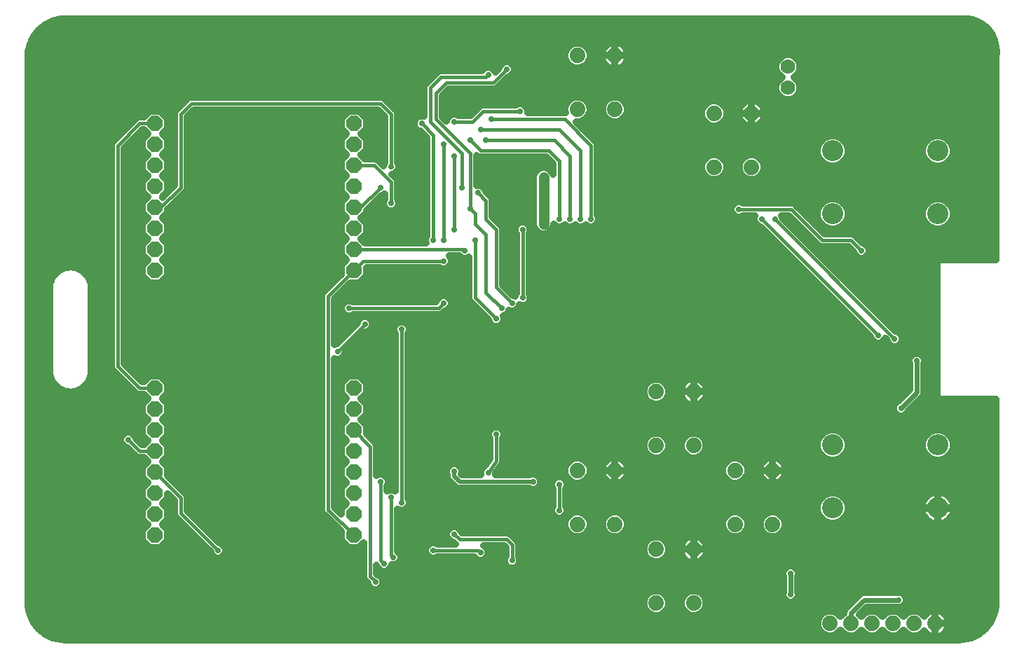
<source format=gbl>
G75*
%MOIN*%
%OFA0B0*%
%FSLAX25Y25*%
%IPPOS*%
%LPD*%
%AMOC8*
5,1,8,0,0,1.08239X$1,22.5*
%
%ADD10OC8,0.07500*%
%ADD11C,0.07400*%
%ADD12C,0.07000*%
%ADD13C,0.10050*%
%ADD14C,0.02800*%
%ADD15C,0.02400*%
%ADD16C,0.01600*%
%ADD17C,0.05000*%
%ADD18C,0.02000*%
%ADD19C,0.03200*%
D10*
X0065356Y0054608D03*
X0065356Y0064608D03*
X0065356Y0074608D03*
X0065356Y0084608D03*
X0065356Y0094608D03*
X0065356Y0104608D03*
X0065356Y0114608D03*
X0065356Y0124608D03*
X0065356Y0180592D03*
X0065356Y0190592D03*
X0065356Y0200592D03*
X0065356Y0210592D03*
X0065356Y0220592D03*
X0065356Y0230592D03*
X0065356Y0240592D03*
X0065356Y0250592D03*
X0159844Y0250592D03*
X0159844Y0240592D03*
X0159844Y0230592D03*
X0159844Y0220592D03*
X0159844Y0210592D03*
X0159844Y0200592D03*
X0159844Y0190592D03*
X0159844Y0180592D03*
X0159844Y0124608D03*
X0159844Y0114608D03*
X0159844Y0104608D03*
X0159844Y0094608D03*
X0159844Y0084608D03*
X0159844Y0074608D03*
X0159844Y0064608D03*
X0159844Y0054608D03*
D11*
X0266200Y0059800D03*
X0284000Y0059800D03*
X0303700Y0047900D03*
X0321500Y0047900D03*
X0341200Y0059800D03*
X0359000Y0059800D03*
X0359000Y0085400D03*
X0341200Y0085400D03*
X0321500Y0097300D03*
X0303700Y0097300D03*
X0284000Y0085400D03*
X0266200Y0085400D03*
X0303700Y0122900D03*
X0321500Y0122900D03*
X0321500Y0022300D03*
X0303700Y0022300D03*
X0386350Y0012600D03*
X0396350Y0012600D03*
X0406350Y0012600D03*
X0416350Y0012600D03*
X0426350Y0012600D03*
X0436350Y0012600D03*
X0349000Y0229800D03*
X0331200Y0229800D03*
X0331200Y0255400D03*
X0349000Y0255400D03*
X0284000Y0257300D03*
X0266200Y0257300D03*
X0266200Y0282900D03*
X0284000Y0282900D03*
D12*
X0366350Y0277600D03*
X0366350Y0267600D03*
D13*
X0387600Y0237600D03*
X0387600Y0207600D03*
X0437600Y0207600D03*
X0437600Y0237600D03*
X0437600Y0097600D03*
X0437600Y0067600D03*
X0387600Y0067600D03*
X0387600Y0097600D03*
D14*
X0420100Y0115100D03*
X0427600Y0137600D03*
X0417069Y0148131D03*
X0409194Y0149756D03*
X0377698Y0132502D03*
X0357600Y0189696D03*
X0360100Y0205100D03*
X0353850Y0205100D03*
X0342885Y0209815D03*
X0401320Y0190130D03*
X0272600Y0205100D03*
X0267600Y0205100D03*
X0262600Y0205100D03*
X0257600Y0205100D03*
X0250100Y0202600D03*
X0240100Y0200100D03*
X0235100Y0187600D03*
X0217600Y0195100D03*
X0212600Y0190100D03*
X0202600Y0185100D03*
X0202600Y0195100D03*
X0197600Y0195100D03*
X0207600Y0200100D03*
X0215100Y0210100D03*
X0218850Y0217600D03*
X0211350Y0220100D03*
X0225100Y0230100D03*
X0207600Y0235100D03*
X0202600Y0240592D03*
X0215100Y0242600D03*
X0220100Y0247600D03*
X0225100Y0252600D03*
X0222600Y0242600D03*
X0207600Y0251350D03*
X0192108Y0250592D03*
X0177600Y0230100D03*
X0172600Y0220100D03*
X0177600Y0212600D03*
X0192600Y0180100D03*
X0202600Y0165100D03*
X0182600Y0152600D03*
X0165100Y0155100D03*
X0157600Y0162600D03*
X0152108Y0142108D03*
X0207600Y0095100D03*
X0207600Y0085100D03*
X0223801Y0084301D03*
X0245100Y0080100D03*
X0257600Y0078850D03*
X0257600Y0066350D03*
X0230100Y0063850D03*
X0207600Y0055100D03*
X0197600Y0047324D03*
X0220100Y0046301D03*
X0235100Y0042600D03*
X0210946Y0025946D03*
X0178525Y0044175D03*
X0174175Y0041025D03*
X0170100Y0032324D03*
X0182600Y0070100D03*
X0177600Y0072600D03*
X0172600Y0080100D03*
X0227600Y0102600D03*
X0227600Y0140100D03*
X0227600Y0157600D03*
X0230100Y0162600D03*
X0235100Y0165100D03*
X0240100Y0167600D03*
X0250100Y0225100D03*
X0238850Y0256350D03*
X0237600Y0263446D03*
X0223801Y0273801D03*
X0232600Y0276350D03*
X0208550Y0287600D03*
X0052600Y0100100D03*
X0095376Y0047324D03*
X0333850Y0035100D03*
X0356350Y0021350D03*
X0367600Y0026350D03*
X0367600Y0036350D03*
X0370100Y0045100D03*
X0418850Y0023850D03*
D15*
X0402600Y0023850D01*
X0396350Y0017600D01*
X0396350Y0012600D01*
X0367600Y0026350D02*
X0367600Y0036350D01*
X0420100Y0115100D02*
X0427600Y0122600D01*
X0427600Y0137600D01*
D16*
X0417069Y0148131D02*
X0360100Y0205100D01*
X0353850Y0205100D02*
X0409194Y0149756D01*
X0401320Y0190130D02*
X0396350Y0195100D01*
X0382600Y0195100D01*
X0367885Y0209815D01*
X0342885Y0209815D01*
X0272600Y0205100D02*
X0272600Y0240100D01*
X0260100Y0252600D01*
X0225100Y0252600D01*
X0221350Y0256350D02*
X0238850Y0256350D01*
X0221350Y0256350D02*
X0216350Y0251350D01*
X0207600Y0251350D01*
X0198850Y0252600D02*
X0215100Y0236350D01*
X0215100Y0210100D01*
X0217600Y0207600D01*
X0217600Y0202600D01*
X0222600Y0197600D01*
X0222600Y0170100D01*
X0230100Y0162600D01*
X0227600Y0157600D02*
X0217600Y0167600D01*
X0217600Y0195100D01*
X0212600Y0190100D02*
X0212108Y0190592D01*
X0159844Y0190592D01*
X0164352Y0185100D02*
X0202600Y0185100D01*
X0202600Y0195100D02*
X0202600Y0240592D01*
X0207600Y0235100D02*
X0207600Y0200100D01*
X0197600Y0195100D02*
X0197600Y0245100D01*
X0192108Y0250592D01*
X0196350Y0251350D02*
X0196350Y0267600D01*
X0201350Y0272600D01*
X0222600Y0272600D01*
X0223801Y0273801D01*
X0226350Y0270100D02*
X0203850Y0270100D01*
X0198850Y0265100D01*
X0198850Y0252600D01*
X0196350Y0251350D02*
X0211350Y0236350D01*
X0211350Y0220100D01*
X0218850Y0217600D02*
X0222600Y0213850D01*
X0222600Y0205100D01*
X0227600Y0200100D01*
X0227600Y0172600D01*
X0235100Y0165100D01*
X0240100Y0167600D02*
X0240100Y0200100D01*
X0257600Y0205100D02*
X0257600Y0232600D01*
X0252600Y0237600D01*
X0220100Y0237600D01*
X0215100Y0242600D01*
X0220100Y0247600D02*
X0257600Y0247600D01*
X0267600Y0237600D01*
X0267600Y0205100D01*
X0262600Y0205100D02*
X0262600Y0235100D01*
X0255100Y0242600D01*
X0222600Y0242600D01*
X0226350Y0270100D02*
X0232600Y0276350D01*
X0177600Y0255100D02*
X0177600Y0230100D01*
X0177600Y0222600D02*
X0169608Y0230592D01*
X0159844Y0230592D01*
X0172600Y0220100D02*
X0163092Y0210592D01*
X0159844Y0210592D01*
X0177600Y0212600D02*
X0177600Y0222600D01*
X0177600Y0255100D02*
X0172600Y0260100D01*
X0082600Y0260100D01*
X0077600Y0255100D01*
X0077600Y0220100D01*
X0068092Y0210592D01*
X0065356Y0210592D01*
X0047600Y0240100D02*
X0058092Y0250592D01*
X0065356Y0250592D01*
X0047600Y0240100D02*
X0047600Y0135100D01*
X0058092Y0124608D01*
X0065356Y0124608D01*
X0052600Y0100100D02*
X0058092Y0094608D01*
X0065356Y0094608D01*
X0065356Y0084608D02*
X0077600Y0072364D01*
X0077600Y0065100D01*
X0095376Y0047324D01*
X0147600Y0066852D02*
X0147600Y0168348D01*
X0159844Y0180592D01*
X0164352Y0185100D01*
X0157600Y0162600D02*
X0200100Y0162600D01*
X0202600Y0165100D01*
X0182600Y0152600D02*
X0182600Y0070100D01*
X0177600Y0072600D02*
X0177600Y0045100D01*
X0178525Y0044175D01*
X0174175Y0041025D02*
X0172600Y0042600D01*
X0172600Y0080100D01*
X0167600Y0096852D02*
X0159844Y0104608D01*
X0167600Y0096852D02*
X0167600Y0035100D01*
X0170100Y0032600D01*
X0170100Y0032324D01*
X0197600Y0047324D02*
X0219076Y0047324D01*
X0220100Y0046301D01*
X0210100Y0052600D02*
X0207600Y0055100D01*
X0210100Y0052600D02*
X0232600Y0052600D01*
X0235100Y0050100D01*
X0235100Y0042600D01*
X0257600Y0066350D02*
X0257600Y0078850D01*
X0227600Y0090100D02*
X0227600Y0102600D01*
X0227600Y0090100D02*
X0223801Y0084301D01*
X0159844Y0054608D02*
X0147600Y0066852D01*
X0152108Y0142108D02*
X0165100Y0155100D01*
D17*
X0250100Y0202600D02*
X0250100Y0225100D01*
D18*
X0207600Y0085100D02*
X0207600Y0082600D01*
X0210100Y0080100D01*
X0245100Y0080100D01*
D19*
X0013130Y0007528D02*
X0010013Y0010013D01*
X0007528Y0013130D01*
X0005799Y0016721D01*
X0004912Y0020607D01*
X0004800Y0022600D01*
X0004800Y0282600D01*
X0004912Y0284593D01*
X0005799Y0288479D01*
X0007528Y0292070D01*
X0010013Y0295186D01*
X0013130Y0297672D01*
X0016721Y0299401D01*
X0020607Y0300288D01*
X0022600Y0300400D01*
X0452394Y0300400D01*
X0454270Y0300005D01*
X0457986Y0298418D01*
X0461164Y0295923D01*
X0463588Y0292691D01*
X0465093Y0288941D01*
X0465577Y0284930D01*
X0465474Y0283585D01*
X0465400Y0283511D01*
X0465400Y0282756D01*
X0465293Y0282009D01*
X0465400Y0281867D01*
X0465400Y0185696D01*
X0438059Y0185696D01*
X0437122Y0184759D01*
X0437122Y0120441D01*
X0438059Y0119504D01*
X0465400Y0119504D01*
X0465400Y0022600D01*
X0465288Y0020607D01*
X0464401Y0016721D01*
X0462672Y0013130D01*
X0460186Y0010013D01*
X0457070Y0007528D01*
X0453479Y0005799D01*
X0449593Y0004912D01*
X0447600Y0004800D01*
X0022600Y0004800D01*
X0020607Y0004912D01*
X0016721Y0005799D01*
X0013130Y0007528D01*
X0011288Y0008997D02*
X0381609Y0008997D01*
X0381348Y0009258D02*
X0383008Y0007598D01*
X0385176Y0006700D01*
X0387524Y0006700D01*
X0389692Y0007598D01*
X0391350Y0009256D01*
X0393008Y0007598D01*
X0395176Y0006700D01*
X0397524Y0006700D01*
X0399692Y0007598D01*
X0401350Y0009256D01*
X0403008Y0007598D01*
X0405176Y0006700D01*
X0407524Y0006700D01*
X0409692Y0007598D01*
X0411350Y0009256D01*
X0413008Y0007598D01*
X0415176Y0006700D01*
X0417524Y0006700D01*
X0419692Y0007598D01*
X0421350Y0009256D01*
X0423008Y0007598D01*
X0425176Y0006700D01*
X0427524Y0006700D01*
X0429692Y0007598D01*
X0431143Y0009049D01*
X0431545Y0008496D01*
X0432246Y0007795D01*
X0433048Y0007212D01*
X0433932Y0006762D01*
X0434875Y0006455D01*
X0435854Y0006300D01*
X0436350Y0006300D01*
X0436846Y0006300D01*
X0437825Y0006455D01*
X0438768Y0006762D01*
X0439652Y0007212D01*
X0440454Y0007795D01*
X0441155Y0008496D01*
X0441738Y0009298D01*
X0442188Y0010182D01*
X0442495Y0011125D01*
X0442650Y0012104D01*
X0442650Y0012600D01*
X0442650Y0013096D01*
X0442495Y0014075D01*
X0442188Y0015018D01*
X0441738Y0015902D01*
X0441155Y0016704D01*
X0440454Y0017405D01*
X0439652Y0017988D01*
X0438768Y0018438D01*
X0437825Y0018745D01*
X0436846Y0018900D01*
X0436350Y0018900D01*
X0436350Y0012600D01*
X0436350Y0012600D01*
X0442650Y0012600D01*
X0436350Y0012600D01*
X0436350Y0012600D01*
X0436350Y0018900D01*
X0435854Y0018900D01*
X0434875Y0018745D01*
X0433932Y0018438D01*
X0433048Y0017988D01*
X0432246Y0017405D01*
X0431545Y0016704D01*
X0431143Y0016151D01*
X0429692Y0017602D01*
X0427524Y0018500D01*
X0425176Y0018500D01*
X0423008Y0017602D01*
X0421350Y0015944D01*
X0419692Y0017602D01*
X0417524Y0018500D01*
X0415176Y0018500D01*
X0413008Y0017602D01*
X0411350Y0015944D01*
X0409692Y0017602D01*
X0407524Y0018500D01*
X0405176Y0018500D01*
X0403008Y0017602D01*
X0401350Y0015944D01*
X0400426Y0016868D01*
X0404008Y0020450D01*
X0417651Y0020450D01*
X0418134Y0020250D01*
X0419566Y0020250D01*
X0420889Y0020798D01*
X0421902Y0021811D01*
X0422450Y0023134D01*
X0422450Y0024566D01*
X0421902Y0025889D01*
X0420889Y0026902D01*
X0419566Y0027450D01*
X0418134Y0027450D01*
X0417651Y0027250D01*
X0401924Y0027250D01*
X0400674Y0026732D01*
X0399718Y0025776D01*
X0394424Y0020482D01*
X0393468Y0019526D01*
X0392950Y0018276D01*
X0392950Y0017544D01*
X0391350Y0015944D01*
X0389692Y0017602D01*
X0387524Y0018500D01*
X0385176Y0018500D01*
X0383008Y0017602D01*
X0381348Y0015942D01*
X0380450Y0013774D01*
X0380450Y0011426D01*
X0381348Y0009258D01*
X0380450Y0012196D02*
X0008273Y0012196D01*
X0006438Y0015394D02*
X0381121Y0015394D01*
X0393081Y0018593D02*
X0326136Y0018593D01*
X0326502Y0018958D02*
X0327400Y0021126D01*
X0327400Y0023474D01*
X0326502Y0025642D01*
X0324842Y0027302D01*
X0322674Y0028200D01*
X0320326Y0028200D01*
X0318158Y0027302D01*
X0316498Y0025642D01*
X0315600Y0023474D01*
X0315600Y0021126D01*
X0316498Y0018958D01*
X0318158Y0017298D01*
X0320326Y0016400D01*
X0322674Y0016400D01*
X0324842Y0017298D01*
X0326502Y0018958D01*
X0327400Y0021791D02*
X0395733Y0021791D01*
X0394424Y0020482D02*
X0394424Y0020482D01*
X0398931Y0024990D02*
X0370933Y0024990D01*
X0371200Y0025634D02*
X0370652Y0024311D01*
X0369639Y0023298D01*
X0368316Y0022750D01*
X0366884Y0022750D01*
X0365561Y0023298D01*
X0364548Y0024311D01*
X0364000Y0025634D01*
X0364000Y0027066D01*
X0364200Y0027549D01*
X0364200Y0035151D01*
X0364000Y0035634D01*
X0364000Y0037066D01*
X0364548Y0038389D01*
X0365561Y0039402D01*
X0366884Y0039950D01*
X0368316Y0039950D01*
X0369639Y0039402D01*
X0370652Y0038389D01*
X0371200Y0037066D01*
X0371200Y0035634D01*
X0371000Y0035151D01*
X0371000Y0027549D01*
X0371200Y0027066D01*
X0371200Y0025634D01*
X0371000Y0028188D02*
X0465400Y0028188D01*
X0465400Y0024990D02*
X0422275Y0024990D01*
X0421882Y0021791D02*
X0465355Y0021791D01*
X0464828Y0018593D02*
X0438294Y0018593D01*
X0436350Y0018593D02*
X0436350Y0018593D01*
X0434406Y0018593D02*
X0402151Y0018593D01*
X0399718Y0025776D02*
X0399718Y0025776D01*
X0401091Y0008997D02*
X0401609Y0008997D01*
X0411091Y0008997D02*
X0411609Y0008997D01*
X0421091Y0008997D02*
X0421609Y0008997D01*
X0431091Y0008997D02*
X0431180Y0008997D01*
X0436350Y0008997D02*
X0436350Y0008997D01*
X0436350Y0006300D02*
X0436350Y0012600D01*
X0436350Y0012600D01*
X0436350Y0006300D01*
X0441520Y0008997D02*
X0458912Y0008997D01*
X0461927Y0012196D02*
X0442650Y0012196D01*
X0441997Y0015394D02*
X0463762Y0015394D01*
X0453477Y0005799D02*
X0016723Y0005799D01*
X0005372Y0018593D02*
X0299064Y0018593D01*
X0298698Y0018958D02*
X0300358Y0017298D01*
X0302526Y0016400D01*
X0304874Y0016400D01*
X0307042Y0017298D01*
X0308702Y0018958D01*
X0309600Y0021126D01*
X0309600Y0023474D01*
X0308702Y0025642D01*
X0307042Y0027302D01*
X0304874Y0028200D01*
X0302526Y0028200D01*
X0300358Y0027302D01*
X0298698Y0025642D01*
X0297800Y0023474D01*
X0297800Y0021126D01*
X0298698Y0018958D01*
X0297800Y0021791D02*
X0004845Y0021791D01*
X0004800Y0024990D02*
X0298428Y0024990D01*
X0302498Y0028188D02*
X0004800Y0028188D01*
X0004800Y0031387D02*
X0166592Y0031387D01*
X0166500Y0031608D02*
X0167048Y0030285D01*
X0168061Y0029272D01*
X0169384Y0028724D01*
X0170816Y0028724D01*
X0172139Y0029272D01*
X0173152Y0030285D01*
X0173700Y0031608D01*
X0173700Y0033040D01*
X0173152Y0034364D01*
X0172139Y0035376D01*
X0171161Y0035781D01*
X0170600Y0036343D01*
X0170600Y0040248D01*
X0171123Y0038986D01*
X0172136Y0037973D01*
X0173459Y0037425D01*
X0174891Y0037425D01*
X0176214Y0037973D01*
X0177227Y0038986D01*
X0177775Y0040309D01*
X0177775Y0040589D01*
X0177809Y0040575D01*
X0179241Y0040575D01*
X0180564Y0041123D01*
X0181577Y0042136D01*
X0182125Y0043459D01*
X0182125Y0044891D01*
X0181577Y0046214D01*
X0180600Y0047191D01*
X0180600Y0067032D01*
X0181884Y0066500D01*
X0183316Y0066500D01*
X0184639Y0067048D01*
X0185652Y0068061D01*
X0186200Y0069384D01*
X0186200Y0070816D01*
X0185652Y0072139D01*
X0185600Y0072191D01*
X0185600Y0150509D01*
X0185652Y0150561D01*
X0186200Y0151884D01*
X0186200Y0153316D01*
X0185652Y0154639D01*
X0184639Y0155652D01*
X0183316Y0156200D01*
X0181884Y0156200D01*
X0180561Y0155652D01*
X0179548Y0154639D01*
X0179000Y0153316D01*
X0179000Y0151884D01*
X0179548Y0150561D01*
X0179600Y0150509D01*
X0179600Y0075668D01*
X0178316Y0076200D01*
X0176884Y0076200D01*
X0175600Y0075668D01*
X0175600Y0078009D01*
X0175652Y0078061D01*
X0176200Y0079384D01*
X0176200Y0080816D01*
X0175652Y0082139D01*
X0174639Y0083152D01*
X0173316Y0083700D01*
X0171884Y0083700D01*
X0170600Y0083168D01*
X0170600Y0097449D01*
X0170143Y0098551D01*
X0165794Y0102901D01*
X0165794Y0107072D01*
X0163259Y0109608D01*
X0165794Y0112143D01*
X0165794Y0117072D01*
X0163259Y0119608D01*
X0165794Y0122143D01*
X0165794Y0127072D01*
X0162309Y0130558D01*
X0157380Y0130558D01*
X0153894Y0127072D01*
X0153894Y0122143D01*
X0156430Y0119608D01*
X0153894Y0117072D01*
X0153894Y0112143D01*
X0156430Y0109608D01*
X0153894Y0107072D01*
X0153894Y0102143D01*
X0156430Y0099608D01*
X0153894Y0097072D01*
X0153894Y0092143D01*
X0156430Y0089608D01*
X0153894Y0087072D01*
X0153894Y0082143D01*
X0156430Y0079608D01*
X0153894Y0077072D01*
X0153894Y0072143D01*
X0156430Y0069608D01*
X0153894Y0067072D01*
X0153894Y0064800D01*
X0150600Y0068095D01*
X0150600Y0138836D01*
X0151392Y0138508D01*
X0152824Y0138508D01*
X0154147Y0139056D01*
X0155160Y0140069D01*
X0155708Y0141392D01*
X0155708Y0141465D01*
X0165743Y0151500D01*
X0165816Y0151500D01*
X0167139Y0152048D01*
X0168152Y0153061D01*
X0168700Y0154384D01*
X0168700Y0155816D01*
X0168152Y0157139D01*
X0167139Y0158152D01*
X0165816Y0158700D01*
X0164384Y0158700D01*
X0163061Y0158152D01*
X0162048Y0157139D01*
X0161500Y0155816D01*
X0161500Y0155743D01*
X0151465Y0145708D01*
X0151392Y0145708D01*
X0150600Y0145380D01*
X0150600Y0167105D01*
X0158137Y0174642D01*
X0162309Y0174642D01*
X0165794Y0178128D01*
X0165794Y0182100D01*
X0200509Y0182100D01*
X0200561Y0182048D01*
X0201884Y0181500D01*
X0203316Y0181500D01*
X0204639Y0182048D01*
X0205652Y0183061D01*
X0206200Y0184384D01*
X0206200Y0185816D01*
X0205652Y0187139D01*
X0205199Y0187592D01*
X0210017Y0187592D01*
X0210561Y0187048D01*
X0211884Y0186500D01*
X0213316Y0186500D01*
X0214600Y0187032D01*
X0214600Y0167003D01*
X0215057Y0165901D01*
X0224000Y0156957D01*
X0224000Y0156884D01*
X0224548Y0155561D01*
X0225561Y0154548D01*
X0226884Y0154000D01*
X0228316Y0154000D01*
X0229639Y0154548D01*
X0230652Y0155561D01*
X0231200Y0156884D01*
X0231200Y0158316D01*
X0230902Y0159036D01*
X0232139Y0159548D01*
X0233152Y0160561D01*
X0233664Y0161798D01*
X0234384Y0161500D01*
X0235816Y0161500D01*
X0237139Y0162048D01*
X0238152Y0163061D01*
X0238664Y0164298D01*
X0239384Y0164000D01*
X0240816Y0164000D01*
X0242139Y0164548D01*
X0243152Y0165561D01*
X0243700Y0166884D01*
X0243700Y0168316D01*
X0243152Y0169639D01*
X0243100Y0169691D01*
X0243100Y0198009D01*
X0243152Y0198061D01*
X0243700Y0199384D01*
X0243700Y0200816D01*
X0243152Y0202139D01*
X0242139Y0203152D01*
X0240816Y0203700D01*
X0239384Y0203700D01*
X0238061Y0203152D01*
X0237048Y0202139D01*
X0236500Y0200816D01*
X0236500Y0199384D01*
X0237048Y0198061D01*
X0237100Y0198009D01*
X0237100Y0169691D01*
X0237048Y0169639D01*
X0236536Y0168402D01*
X0235816Y0168700D01*
X0235743Y0168700D01*
X0230600Y0173843D01*
X0230600Y0200697D01*
X0230143Y0201799D01*
X0225600Y0206343D01*
X0225600Y0214447D01*
X0225143Y0215549D01*
X0222450Y0218243D01*
X0222450Y0218316D01*
X0221902Y0219639D01*
X0220889Y0220652D01*
X0219566Y0221200D01*
X0218134Y0221200D01*
X0218100Y0221186D01*
X0218100Y0235357D01*
X0218401Y0235057D01*
X0219503Y0234600D01*
X0251357Y0234600D01*
X0254600Y0231357D01*
X0254600Y0226518D01*
X0254084Y0227762D01*
X0252762Y0229084D01*
X0251035Y0229800D01*
X0249165Y0229800D01*
X0247438Y0229084D01*
X0246116Y0227762D01*
X0245400Y0226035D01*
X0245400Y0201665D01*
X0246116Y0199938D01*
X0247438Y0198616D01*
X0249165Y0197900D01*
X0251035Y0197900D01*
X0252762Y0198616D01*
X0254084Y0199938D01*
X0254800Y0201665D01*
X0254800Y0202809D01*
X0255561Y0202048D01*
X0256884Y0201500D01*
X0258316Y0201500D01*
X0259639Y0202048D01*
X0260100Y0202509D01*
X0260561Y0202048D01*
X0261884Y0201500D01*
X0263316Y0201500D01*
X0264639Y0202048D01*
X0265100Y0202509D01*
X0265561Y0202048D01*
X0266884Y0201500D01*
X0268316Y0201500D01*
X0269639Y0202048D01*
X0270100Y0202509D01*
X0270561Y0202048D01*
X0271884Y0201500D01*
X0273316Y0201500D01*
X0274639Y0202048D01*
X0275652Y0203061D01*
X0276200Y0204384D01*
X0276200Y0205816D01*
X0275652Y0207139D01*
X0275600Y0207191D01*
X0275600Y0240697D01*
X0275143Y0241799D01*
X0274299Y0242643D01*
X0265543Y0251400D01*
X0267374Y0251400D01*
X0269542Y0252298D01*
X0271202Y0253958D01*
X0272100Y0256126D01*
X0272100Y0258474D01*
X0271202Y0260642D01*
X0269542Y0262302D01*
X0267374Y0263200D01*
X0265026Y0263200D01*
X0262858Y0262302D01*
X0261198Y0260642D01*
X0260300Y0258474D01*
X0260300Y0256126D01*
X0260518Y0255600D01*
X0242436Y0255600D01*
X0242450Y0255634D01*
X0242450Y0257066D01*
X0241902Y0258389D01*
X0240889Y0259402D01*
X0239566Y0259950D01*
X0238134Y0259950D01*
X0236811Y0259402D01*
X0236759Y0259350D01*
X0220753Y0259350D01*
X0219651Y0258893D01*
X0218807Y0258049D01*
X0215107Y0254350D01*
X0209691Y0254350D01*
X0209639Y0254402D01*
X0208316Y0254950D01*
X0206884Y0254950D01*
X0205561Y0254402D01*
X0204548Y0253389D01*
X0204000Y0252066D01*
X0204000Y0251693D01*
X0201850Y0253843D01*
X0201850Y0263857D01*
X0205093Y0267100D01*
X0226947Y0267100D01*
X0228049Y0267557D01*
X0228893Y0268401D01*
X0233243Y0272750D01*
X0233316Y0272750D01*
X0234639Y0273298D01*
X0235652Y0274311D01*
X0236200Y0275634D01*
X0236200Y0277066D01*
X0235652Y0278389D01*
X0234639Y0279402D01*
X0233316Y0279950D01*
X0231884Y0279950D01*
X0230561Y0279402D01*
X0229548Y0278389D01*
X0229000Y0277066D01*
X0229000Y0276993D01*
X0227144Y0275137D01*
X0226853Y0275840D01*
X0225840Y0276853D01*
X0224517Y0277401D01*
X0223085Y0277401D01*
X0221762Y0276853D01*
X0220749Y0275840D01*
X0220649Y0275600D01*
X0200753Y0275600D01*
X0199651Y0275143D01*
X0198807Y0274299D01*
X0193807Y0269299D01*
X0193350Y0268197D01*
X0193350Y0253974D01*
X0192824Y0254192D01*
X0191392Y0254192D01*
X0190069Y0253644D01*
X0189056Y0252631D01*
X0188508Y0251308D01*
X0188508Y0249876D01*
X0189056Y0248553D01*
X0190069Y0247540D01*
X0191392Y0246992D01*
X0191465Y0246992D01*
X0194600Y0243857D01*
X0194600Y0197191D01*
X0194548Y0197139D01*
X0194000Y0195816D01*
X0194000Y0194384D01*
X0194328Y0193592D01*
X0165259Y0193592D01*
X0163259Y0195592D01*
X0165794Y0198128D01*
X0165794Y0203057D01*
X0163259Y0205592D01*
X0165794Y0208128D01*
X0165794Y0209051D01*
X0173243Y0216500D01*
X0173316Y0216500D01*
X0174600Y0217032D01*
X0174600Y0214691D01*
X0174548Y0214639D01*
X0174000Y0213316D01*
X0174000Y0211884D01*
X0174548Y0210561D01*
X0175561Y0209548D01*
X0176884Y0209000D01*
X0178316Y0209000D01*
X0179639Y0209548D01*
X0180652Y0210561D01*
X0181200Y0211884D01*
X0181200Y0213316D01*
X0180652Y0214639D01*
X0180600Y0214691D01*
X0180600Y0223197D01*
X0180143Y0224299D01*
X0177943Y0226500D01*
X0178316Y0226500D01*
X0179639Y0227048D01*
X0180652Y0228061D01*
X0181200Y0229384D01*
X0181200Y0230816D01*
X0180652Y0232139D01*
X0180600Y0232191D01*
X0180600Y0255697D01*
X0180143Y0256799D01*
X0179299Y0257643D01*
X0174299Y0262643D01*
X0173197Y0263100D01*
X0082003Y0263100D01*
X0080901Y0262643D01*
X0080057Y0261799D01*
X0075057Y0256799D01*
X0074600Y0255697D01*
X0074600Y0221343D01*
X0068810Y0215553D01*
X0068770Y0215592D01*
X0071306Y0218128D01*
X0071306Y0223057D01*
X0068770Y0225592D01*
X0071306Y0228128D01*
X0071306Y0233057D01*
X0068770Y0235592D01*
X0071306Y0238128D01*
X0071306Y0243057D01*
X0068770Y0245592D01*
X0071306Y0248128D01*
X0071306Y0253057D01*
X0067820Y0256542D01*
X0062891Y0256542D01*
X0059941Y0253592D01*
X0057495Y0253592D01*
X0056393Y0253135D01*
X0045901Y0242643D01*
X0045901Y0242643D01*
X0045057Y0241799D01*
X0044600Y0240697D01*
X0044600Y0134503D01*
X0045057Y0133401D01*
X0056393Y0122065D01*
X0057495Y0121608D01*
X0059941Y0121608D01*
X0061941Y0119608D01*
X0059406Y0117072D01*
X0059406Y0112143D01*
X0061941Y0109608D01*
X0059406Y0107072D01*
X0059406Y0102143D01*
X0061941Y0099608D01*
X0059941Y0097608D01*
X0059335Y0097608D01*
X0056200Y0100743D01*
X0056200Y0100816D01*
X0055652Y0102139D01*
X0054639Y0103152D01*
X0053316Y0103700D01*
X0051884Y0103700D01*
X0050561Y0103152D01*
X0049548Y0102139D01*
X0049000Y0100816D01*
X0049000Y0099384D01*
X0049548Y0098061D01*
X0050561Y0097048D01*
X0051884Y0096500D01*
X0051957Y0096500D01*
X0055549Y0092909D01*
X0056393Y0092065D01*
X0057495Y0091608D01*
X0059941Y0091608D01*
X0061941Y0089608D01*
X0059406Y0087072D01*
X0059406Y0082143D01*
X0061941Y0079608D01*
X0059406Y0077072D01*
X0059406Y0072143D01*
X0061941Y0069608D01*
X0059406Y0067072D01*
X0059406Y0062143D01*
X0061941Y0059608D01*
X0059406Y0057072D01*
X0059406Y0052143D01*
X0062891Y0048658D01*
X0067820Y0048658D01*
X0071306Y0052143D01*
X0071306Y0057072D01*
X0068770Y0059608D01*
X0071306Y0062143D01*
X0071306Y0067072D01*
X0068770Y0069608D01*
X0071306Y0072143D01*
X0071306Y0074415D01*
X0074600Y0071121D01*
X0074600Y0064503D01*
X0075057Y0063401D01*
X0091776Y0046682D01*
X0091776Y0046608D01*
X0092324Y0045285D01*
X0093336Y0044272D01*
X0094659Y0043724D01*
X0096092Y0043724D01*
X0097415Y0044272D01*
X0098428Y0045285D01*
X0098976Y0046608D01*
X0098976Y0048040D01*
X0098428Y0049364D01*
X0097415Y0050376D01*
X0096092Y0050924D01*
X0096018Y0050924D01*
X0080600Y0066343D01*
X0080600Y0072961D01*
X0080143Y0074063D01*
X0079299Y0074907D01*
X0071306Y0082901D01*
X0071306Y0087072D01*
X0068770Y0089608D01*
X0071306Y0092143D01*
X0071306Y0097072D01*
X0068770Y0099608D01*
X0071306Y0102143D01*
X0071306Y0107072D01*
X0068770Y0109608D01*
X0071306Y0112143D01*
X0071306Y0117072D01*
X0068770Y0119608D01*
X0071306Y0122143D01*
X0071306Y0127072D01*
X0067820Y0130558D01*
X0062891Y0130558D01*
X0059941Y0127608D01*
X0059335Y0127608D01*
X0050600Y0136343D01*
X0050600Y0238857D01*
X0059335Y0247592D01*
X0059941Y0247592D01*
X0061941Y0245592D01*
X0059406Y0243057D01*
X0059406Y0238128D01*
X0061941Y0235592D01*
X0059406Y0233057D01*
X0059406Y0228128D01*
X0061941Y0225592D01*
X0059406Y0223057D01*
X0059406Y0218128D01*
X0061941Y0215592D01*
X0059406Y0213057D01*
X0059406Y0208128D01*
X0061941Y0205592D01*
X0059406Y0203057D01*
X0059406Y0198128D01*
X0061941Y0195592D01*
X0059406Y0193057D01*
X0059406Y0188128D01*
X0061941Y0185592D01*
X0059406Y0183057D01*
X0059406Y0178128D01*
X0062891Y0174642D01*
X0067820Y0174642D01*
X0071306Y0178128D01*
X0071306Y0183057D01*
X0068770Y0185592D01*
X0071306Y0188128D01*
X0071306Y0193057D01*
X0068770Y0195592D01*
X0071306Y0198128D01*
X0071306Y0203057D01*
X0068770Y0205592D01*
X0071306Y0208128D01*
X0071306Y0209563D01*
X0079299Y0217557D01*
X0080143Y0218401D01*
X0080600Y0219503D01*
X0080600Y0253857D01*
X0083843Y0257100D01*
X0171357Y0257100D01*
X0174600Y0253857D01*
X0174600Y0232191D01*
X0174548Y0232139D01*
X0174000Y0230816D01*
X0174000Y0230443D01*
X0172151Y0232291D01*
X0171307Y0233135D01*
X0170205Y0233592D01*
X0165259Y0233592D01*
X0163259Y0235592D01*
X0165794Y0238128D01*
X0165794Y0243057D01*
X0163259Y0245592D01*
X0165794Y0248128D01*
X0165794Y0253057D01*
X0162309Y0256542D01*
X0157380Y0256542D01*
X0153894Y0253057D01*
X0153894Y0248128D01*
X0156430Y0245592D01*
X0153894Y0243057D01*
X0153894Y0238128D01*
X0156430Y0235592D01*
X0153894Y0233057D01*
X0153894Y0228128D01*
X0156430Y0225592D01*
X0153894Y0223057D01*
X0153894Y0218128D01*
X0156430Y0215592D01*
X0153894Y0213057D01*
X0153894Y0208128D01*
X0156430Y0205592D01*
X0153894Y0203057D01*
X0153894Y0198128D01*
X0156430Y0195592D01*
X0153894Y0193057D01*
X0153894Y0188128D01*
X0156430Y0185592D01*
X0153894Y0183057D01*
X0153894Y0178885D01*
X0145057Y0170047D01*
X0144600Y0168945D01*
X0144600Y0066255D01*
X0145057Y0065153D01*
X0145901Y0064309D01*
X0153894Y0056315D01*
X0153894Y0052143D01*
X0157380Y0048658D01*
X0162309Y0048658D01*
X0164600Y0050949D01*
X0164600Y0034503D01*
X0165057Y0033401D01*
X0165901Y0032557D01*
X0166500Y0031957D01*
X0166500Y0031608D01*
X0164600Y0034585D02*
X0004800Y0034585D01*
X0004800Y0037784D02*
X0164600Y0037784D01*
X0164600Y0040982D02*
X0004800Y0040982D01*
X0004800Y0044181D02*
X0093558Y0044181D01*
X0097193Y0044181D02*
X0164600Y0044181D01*
X0164600Y0047379D02*
X0098976Y0047379D01*
X0096929Y0050578D02*
X0155460Y0050578D01*
X0153894Y0053776D02*
X0093166Y0053776D01*
X0089968Y0056975D02*
X0153235Y0056975D01*
X0150036Y0060173D02*
X0086769Y0060173D01*
X0083571Y0063372D02*
X0146838Y0063372D01*
X0144600Y0066570D02*
X0080600Y0066570D01*
X0080600Y0069769D02*
X0144600Y0069769D01*
X0144600Y0072967D02*
X0080597Y0072967D01*
X0079299Y0074907D02*
X0079299Y0074907D01*
X0078041Y0076166D02*
X0144600Y0076166D01*
X0144600Y0079364D02*
X0074842Y0079364D01*
X0071644Y0082563D02*
X0144600Y0082563D01*
X0144600Y0085761D02*
X0071306Y0085761D01*
X0069419Y0088960D02*
X0144600Y0088960D01*
X0144600Y0092158D02*
X0071306Y0092158D01*
X0071306Y0095357D02*
X0144600Y0095357D01*
X0144600Y0098555D02*
X0069823Y0098555D01*
X0070916Y0101754D02*
X0144600Y0101754D01*
X0144600Y0104952D02*
X0071306Y0104952D01*
X0070227Y0108151D02*
X0144600Y0108151D01*
X0144600Y0111349D02*
X0070512Y0111349D01*
X0071306Y0114548D02*
X0144600Y0114548D01*
X0144600Y0117746D02*
X0070632Y0117746D01*
X0070107Y0120945D02*
X0144600Y0120945D01*
X0144600Y0124143D02*
X0071306Y0124143D01*
X0071036Y0127342D02*
X0144600Y0127342D01*
X0144600Y0130540D02*
X0067838Y0130540D01*
X0062874Y0130540D02*
X0056402Y0130540D01*
X0053204Y0133739D02*
X0144600Y0133739D01*
X0144600Y0136937D02*
X0050600Y0136937D01*
X0050600Y0140136D02*
X0144600Y0140136D01*
X0144600Y0143334D02*
X0050600Y0143334D01*
X0044600Y0143334D02*
X0034800Y0143334D01*
X0034800Y0140136D02*
X0044600Y0140136D01*
X0044600Y0136937D02*
X0034800Y0136937D01*
X0034800Y0133739D02*
X0044917Y0133739D01*
X0047917Y0130540D02*
X0034673Y0130540D01*
X0034800Y0130890D02*
X0034800Y0133511D01*
X0034800Y0171689D01*
X0034800Y0174310D01*
X0033630Y0177525D01*
X0031431Y0180145D01*
X0028469Y0181856D01*
X0028469Y0181856D01*
X0025100Y0182450D01*
X0021731Y0181856D01*
X0018769Y0180145D01*
X0016570Y0177525D01*
X0016570Y0177525D01*
X0015400Y0174310D01*
X0015400Y0130890D01*
X0016570Y0127675D01*
X0018769Y0125055D01*
X0018769Y0125055D01*
X0021731Y0123344D01*
X0025100Y0122750D01*
X0028469Y0123344D01*
X0031431Y0125055D01*
X0031431Y0125055D01*
X0033630Y0127675D01*
X0033630Y0127675D01*
X0034800Y0130890D01*
X0033350Y0127342D02*
X0051115Y0127342D01*
X0054314Y0124143D02*
X0029853Y0124143D01*
X0028469Y0123344D02*
X0028469Y0123344D01*
X0025100Y0122750D02*
X0025100Y0122750D01*
X0021731Y0123344D02*
X0021731Y0123344D01*
X0020347Y0124143D02*
X0004800Y0124143D01*
X0004800Y0120945D02*
X0060604Y0120945D01*
X0060080Y0117746D02*
X0004800Y0117746D01*
X0004800Y0114548D02*
X0059406Y0114548D01*
X0060200Y0111349D02*
X0004800Y0111349D01*
X0004800Y0108151D02*
X0060484Y0108151D01*
X0059406Y0104952D02*
X0004800Y0104952D01*
X0004800Y0101754D02*
X0049388Y0101754D01*
X0049343Y0098555D02*
X0004800Y0098555D01*
X0004800Y0095357D02*
X0053101Y0095357D01*
X0056299Y0092158D02*
X0004800Y0092158D01*
X0004800Y0088960D02*
X0061293Y0088960D01*
X0059406Y0085761D02*
X0004800Y0085761D01*
X0004800Y0082563D02*
X0059406Y0082563D01*
X0061698Y0079364D02*
X0004800Y0079364D01*
X0004800Y0076166D02*
X0059406Y0076166D01*
X0059406Y0072967D02*
X0004800Y0072967D01*
X0004800Y0069769D02*
X0061780Y0069769D01*
X0059406Y0066570D02*
X0004800Y0066570D01*
X0004800Y0063372D02*
X0059406Y0063372D01*
X0061376Y0060173D02*
X0004800Y0060173D01*
X0004800Y0056975D02*
X0059406Y0056975D01*
X0059406Y0053776D02*
X0004800Y0053776D01*
X0004800Y0050578D02*
X0060972Y0050578D01*
X0069740Y0050578D02*
X0087880Y0050578D01*
X0084681Y0053776D02*
X0071306Y0053776D01*
X0071306Y0056975D02*
X0081483Y0056975D01*
X0078284Y0060173D02*
X0069336Y0060173D01*
X0071306Y0063372D02*
X0075086Y0063372D01*
X0074600Y0066570D02*
X0071306Y0066570D01*
X0068931Y0069769D02*
X0074600Y0069769D01*
X0072754Y0072967D02*
X0071306Y0072967D01*
X0091078Y0047379D02*
X0004800Y0047379D01*
X0058387Y0098555D02*
X0060889Y0098555D01*
X0059795Y0101754D02*
X0055812Y0101754D01*
X0018769Y0125055D02*
X0018769Y0125055D01*
X0016850Y0127342D02*
X0004800Y0127342D01*
X0004800Y0130540D02*
X0015527Y0130540D01*
X0016570Y0127675D02*
X0016570Y0127675D01*
X0015400Y0133739D02*
X0004800Y0133739D01*
X0004800Y0136937D02*
X0015400Y0136937D01*
X0015400Y0140136D02*
X0004800Y0140136D01*
X0004800Y0143334D02*
X0015400Y0143334D01*
X0015400Y0146533D02*
X0004800Y0146533D01*
X0004800Y0149732D02*
X0015400Y0149732D01*
X0015400Y0152930D02*
X0004800Y0152930D01*
X0004800Y0156129D02*
X0015400Y0156129D01*
X0015400Y0159327D02*
X0004800Y0159327D01*
X0004800Y0162526D02*
X0015400Y0162526D01*
X0015400Y0165724D02*
X0004800Y0165724D01*
X0004800Y0168923D02*
X0015400Y0168923D01*
X0015400Y0172121D02*
X0004800Y0172121D01*
X0004800Y0175320D02*
X0015767Y0175320D01*
X0017403Y0178518D02*
X0004800Y0178518D01*
X0004800Y0181717D02*
X0021490Y0181717D01*
X0021731Y0181856D02*
X0021731Y0181856D01*
X0018769Y0180145D02*
X0018769Y0180145D01*
X0025100Y0182450D02*
X0025100Y0182450D01*
X0028710Y0181717D02*
X0044600Y0181717D01*
X0044600Y0184915D02*
X0004800Y0184915D01*
X0004800Y0188114D02*
X0044600Y0188114D01*
X0044600Y0191312D02*
X0004800Y0191312D01*
X0004800Y0194511D02*
X0044600Y0194511D01*
X0044600Y0197709D02*
X0004800Y0197709D01*
X0004800Y0200908D02*
X0044600Y0200908D01*
X0044600Y0204106D02*
X0004800Y0204106D01*
X0004800Y0207305D02*
X0044600Y0207305D01*
X0044600Y0210503D02*
X0004800Y0210503D01*
X0004800Y0213702D02*
X0044600Y0213702D01*
X0044600Y0216900D02*
X0004800Y0216900D01*
X0004800Y0220099D02*
X0044600Y0220099D01*
X0044600Y0223297D02*
X0004800Y0223297D01*
X0004800Y0226496D02*
X0044600Y0226496D01*
X0044600Y0229694D02*
X0004800Y0229694D01*
X0004800Y0232893D02*
X0044600Y0232893D01*
X0044600Y0236091D02*
X0004800Y0236091D01*
X0004800Y0239290D02*
X0044600Y0239290D01*
X0045746Y0242488D02*
X0004800Y0242488D01*
X0004800Y0245687D02*
X0048944Y0245687D01*
X0052143Y0248885D02*
X0004800Y0248885D01*
X0004800Y0252084D02*
X0055341Y0252084D01*
X0057429Y0245687D02*
X0061847Y0245687D01*
X0059406Y0242488D02*
X0054231Y0242488D01*
X0051032Y0239290D02*
X0059406Y0239290D01*
X0061442Y0236091D02*
X0050600Y0236091D01*
X0050600Y0232893D02*
X0059406Y0232893D01*
X0059406Y0229694D02*
X0050600Y0229694D01*
X0050600Y0226496D02*
X0061038Y0226496D01*
X0059647Y0223297D02*
X0050600Y0223297D01*
X0050600Y0220099D02*
X0059406Y0220099D01*
X0060633Y0216900D02*
X0050600Y0216900D01*
X0050600Y0213702D02*
X0060051Y0213702D01*
X0059406Y0210503D02*
X0050600Y0210503D01*
X0050600Y0207305D02*
X0060229Y0207305D01*
X0060455Y0204106D02*
X0050600Y0204106D01*
X0050600Y0200908D02*
X0059406Y0200908D01*
X0059824Y0197709D02*
X0050600Y0197709D01*
X0050600Y0194511D02*
X0060860Y0194511D01*
X0059406Y0191312D02*
X0050600Y0191312D01*
X0050600Y0188114D02*
X0059420Y0188114D01*
X0061264Y0184915D02*
X0050600Y0184915D01*
X0050600Y0181717D02*
X0059406Y0181717D01*
X0059406Y0178518D02*
X0050600Y0178518D01*
X0050600Y0175320D02*
X0062214Y0175320D01*
X0068498Y0175320D02*
X0150329Y0175320D01*
X0153527Y0178518D02*
X0071306Y0178518D01*
X0071306Y0181717D02*
X0153894Y0181717D01*
X0155753Y0184915D02*
X0069447Y0184915D01*
X0071292Y0188114D02*
X0153908Y0188114D01*
X0153894Y0191312D02*
X0071306Y0191312D01*
X0069852Y0194511D02*
X0155348Y0194511D01*
X0154312Y0197709D02*
X0070888Y0197709D01*
X0071306Y0200908D02*
X0153894Y0200908D01*
X0154944Y0204106D02*
X0070256Y0204106D01*
X0070483Y0207305D02*
X0154717Y0207305D01*
X0153894Y0210503D02*
X0072246Y0210503D01*
X0075444Y0213702D02*
X0154539Y0213702D01*
X0155121Y0216900D02*
X0078643Y0216900D01*
X0080600Y0220099D02*
X0153894Y0220099D01*
X0154135Y0223297D02*
X0080600Y0223297D01*
X0080600Y0226496D02*
X0155526Y0226496D01*
X0153894Y0229694D02*
X0080600Y0229694D01*
X0080600Y0232893D02*
X0153894Y0232893D01*
X0155930Y0236091D02*
X0080600Y0236091D01*
X0080600Y0239290D02*
X0153894Y0239290D01*
X0153894Y0242488D02*
X0080600Y0242488D01*
X0080600Y0245687D02*
X0156335Y0245687D01*
X0153894Y0248885D02*
X0080600Y0248885D01*
X0080600Y0252084D02*
X0153894Y0252084D01*
X0156120Y0255282D02*
X0082025Y0255282D01*
X0076738Y0258481D02*
X0004800Y0258481D01*
X0004800Y0261679D02*
X0079937Y0261679D01*
X0074600Y0255282D02*
X0069080Y0255282D01*
X0071306Y0252084D02*
X0074600Y0252084D01*
X0074600Y0248885D02*
X0071306Y0248885D01*
X0068865Y0245687D02*
X0074600Y0245687D01*
X0074600Y0242488D02*
X0071306Y0242488D01*
X0071306Y0239290D02*
X0074600Y0239290D01*
X0074600Y0236091D02*
X0069270Y0236091D01*
X0071306Y0232893D02*
X0074600Y0232893D01*
X0074600Y0229694D02*
X0071306Y0229694D01*
X0069674Y0226496D02*
X0074600Y0226496D01*
X0074600Y0223297D02*
X0071065Y0223297D01*
X0071306Y0220099D02*
X0073356Y0220099D01*
X0070158Y0216900D02*
X0070079Y0216900D01*
X0061632Y0255282D02*
X0004800Y0255282D01*
X0004800Y0264878D02*
X0193350Y0264878D01*
X0193350Y0268076D02*
X0004800Y0268076D01*
X0004800Y0271275D02*
X0195782Y0271275D01*
X0198981Y0274473D02*
X0004800Y0274473D01*
X0004800Y0277672D02*
X0229251Y0277672D01*
X0235949Y0277672D02*
X0263404Y0277672D01*
X0262858Y0277898D02*
X0265026Y0277000D01*
X0267374Y0277000D01*
X0269542Y0277898D01*
X0271202Y0279558D01*
X0272100Y0281726D01*
X0272100Y0284074D01*
X0271202Y0286242D01*
X0269542Y0287902D01*
X0267374Y0288800D01*
X0265026Y0288800D01*
X0262858Y0287902D01*
X0261198Y0286242D01*
X0260300Y0284074D01*
X0260300Y0281726D01*
X0261198Y0279558D01*
X0262858Y0277898D01*
X0260655Y0280870D02*
X0004800Y0280870D01*
X0004882Y0284069D02*
X0260300Y0284069D01*
X0262224Y0287268D02*
X0005522Y0287268D01*
X0006756Y0290466D02*
X0464481Y0290466D01*
X0465295Y0287268D02*
X0288542Y0287268D01*
X0288805Y0287004D02*
X0288104Y0287705D01*
X0287302Y0288288D01*
X0286418Y0288738D01*
X0285475Y0289045D01*
X0284496Y0289200D01*
X0284000Y0289200D01*
X0284000Y0282900D01*
X0284000Y0282900D01*
X0290300Y0282900D01*
X0290300Y0283396D01*
X0290145Y0284375D01*
X0289838Y0285318D01*
X0289388Y0286202D01*
X0288805Y0287004D01*
X0290193Y0284069D02*
X0465511Y0284069D01*
X0465400Y0280870D02*
X0371141Y0280870D01*
X0371182Y0280829D02*
X0369579Y0282432D01*
X0367484Y0283300D01*
X0365216Y0283300D01*
X0363121Y0282432D01*
X0361518Y0280829D01*
X0360650Y0278734D01*
X0360650Y0276466D01*
X0361518Y0274371D01*
X0363121Y0272768D01*
X0363526Y0272600D01*
X0363121Y0272432D01*
X0361518Y0270829D01*
X0360650Y0268734D01*
X0360650Y0266466D01*
X0361518Y0264371D01*
X0363121Y0262768D01*
X0365216Y0261900D01*
X0367484Y0261900D01*
X0369579Y0262768D01*
X0371182Y0264371D01*
X0372050Y0266466D01*
X0372050Y0268734D01*
X0371182Y0270829D01*
X0369579Y0272432D01*
X0369174Y0272600D01*
X0369579Y0272768D01*
X0371182Y0274371D01*
X0372050Y0276466D01*
X0372050Y0278734D01*
X0371182Y0280829D01*
X0372050Y0277672D02*
X0465400Y0277672D01*
X0465400Y0274473D02*
X0371225Y0274473D01*
X0370736Y0271275D02*
X0465400Y0271275D01*
X0465400Y0268076D02*
X0372050Y0268076D01*
X0371392Y0264878D02*
X0465400Y0264878D01*
X0465400Y0261679D02*
X0349626Y0261679D01*
X0349496Y0261700D02*
X0349000Y0261700D01*
X0349000Y0255400D01*
X0349000Y0255400D01*
X0355300Y0255400D01*
X0355300Y0255896D01*
X0355145Y0256875D01*
X0354838Y0257818D01*
X0354388Y0258702D01*
X0353805Y0259504D01*
X0353104Y0260205D01*
X0352302Y0260788D01*
X0351418Y0261238D01*
X0350475Y0261545D01*
X0349496Y0261700D01*
X0349000Y0261700D02*
X0348504Y0261700D01*
X0347525Y0261545D01*
X0346582Y0261238D01*
X0345698Y0260788D01*
X0344896Y0260205D01*
X0344195Y0259504D01*
X0343612Y0258702D01*
X0343162Y0257818D01*
X0342855Y0256875D01*
X0342700Y0255896D01*
X0342700Y0255400D01*
X0349000Y0255400D01*
X0349000Y0255400D01*
X0349000Y0255400D01*
X0349000Y0261700D01*
X0349000Y0261679D02*
X0349000Y0261679D01*
X0348374Y0261679D02*
X0287964Y0261679D01*
X0287342Y0262302D02*
X0285174Y0263200D01*
X0282826Y0263200D01*
X0280658Y0262302D01*
X0278998Y0260642D01*
X0278100Y0258474D01*
X0278100Y0256126D01*
X0278998Y0253958D01*
X0280658Y0252298D01*
X0282826Y0251400D01*
X0285174Y0251400D01*
X0287342Y0252298D01*
X0289002Y0253958D01*
X0289900Y0256126D01*
X0289900Y0258474D01*
X0289002Y0260642D01*
X0287342Y0262302D01*
X0289897Y0258481D02*
X0326090Y0258481D01*
X0326198Y0258742D02*
X0325300Y0256574D01*
X0325300Y0254226D01*
X0326198Y0252058D01*
X0327858Y0250398D01*
X0330026Y0249500D01*
X0332374Y0249500D01*
X0334542Y0250398D01*
X0336202Y0252058D01*
X0337100Y0254226D01*
X0337100Y0256574D01*
X0336202Y0258742D01*
X0334542Y0260402D01*
X0332374Y0261300D01*
X0330026Y0261300D01*
X0327858Y0260402D01*
X0326198Y0258742D01*
X0325300Y0255282D02*
X0289550Y0255282D01*
X0286825Y0252084D02*
X0326187Y0252084D01*
X0336213Y0252084D02*
X0343622Y0252084D01*
X0343612Y0252098D02*
X0344195Y0251296D01*
X0344896Y0250595D01*
X0345698Y0250012D01*
X0346582Y0249562D01*
X0347525Y0249255D01*
X0348504Y0249100D01*
X0349000Y0249100D01*
X0349496Y0249100D01*
X0350475Y0249255D01*
X0351418Y0249562D01*
X0352302Y0250012D01*
X0353104Y0250595D01*
X0353805Y0251296D01*
X0354388Y0252098D01*
X0354838Y0252982D01*
X0355145Y0253925D01*
X0355300Y0254904D01*
X0355300Y0255400D01*
X0349000Y0255400D01*
X0349000Y0249100D01*
X0349000Y0255400D01*
X0349000Y0255400D01*
X0342700Y0255400D01*
X0342700Y0254904D01*
X0342855Y0253925D01*
X0343162Y0252982D01*
X0343612Y0252098D01*
X0342700Y0255282D02*
X0337100Y0255282D01*
X0336310Y0258481D02*
X0343499Y0258481D01*
X0349000Y0258481D02*
X0349000Y0258481D01*
X0349000Y0255282D02*
X0349000Y0255282D01*
X0349000Y0252084D02*
X0349000Y0252084D01*
X0354378Y0252084D02*
X0465400Y0252084D01*
X0465400Y0255282D02*
X0355300Y0255282D01*
X0354501Y0258481D02*
X0465400Y0258481D01*
X0465400Y0248885D02*
X0268057Y0248885D01*
X0269025Y0252084D02*
X0281175Y0252084D01*
X0278450Y0255282D02*
X0271750Y0255282D01*
X0272097Y0258481D02*
X0278103Y0258481D01*
X0280036Y0261679D02*
X0270164Y0261679D01*
X0262236Y0261679D02*
X0201850Y0261679D01*
X0201850Y0258481D02*
X0219238Y0258481D01*
X0216040Y0255282D02*
X0201850Y0255282D01*
X0203609Y0252084D02*
X0204007Y0252084D01*
X0193350Y0255282D02*
X0180600Y0255282D01*
X0180600Y0252084D02*
X0188829Y0252084D01*
X0188918Y0248885D02*
X0180600Y0248885D01*
X0180600Y0245687D02*
X0192770Y0245687D01*
X0194600Y0242488D02*
X0180600Y0242488D01*
X0180600Y0239290D02*
X0194600Y0239290D01*
X0194600Y0236091D02*
X0180600Y0236091D01*
X0180600Y0232893D02*
X0194600Y0232893D01*
X0194600Y0229694D02*
X0181200Y0229694D01*
X0177947Y0226496D02*
X0194600Y0226496D01*
X0194600Y0223297D02*
X0180558Y0223297D01*
X0180600Y0220099D02*
X0194600Y0220099D01*
X0194600Y0216900D02*
X0180600Y0216900D01*
X0181040Y0213702D02*
X0194600Y0213702D01*
X0194600Y0210503D02*
X0180594Y0210503D01*
X0174606Y0210503D02*
X0167246Y0210503D01*
X0164971Y0207305D02*
X0194600Y0207305D01*
X0194600Y0204106D02*
X0164745Y0204106D01*
X0165794Y0200908D02*
X0194600Y0200908D01*
X0194600Y0197709D02*
X0165376Y0197709D01*
X0164340Y0194511D02*
X0194000Y0194511D01*
X0206200Y0184915D02*
X0214600Y0184915D01*
X0214600Y0181717D02*
X0203839Y0181717D01*
X0201361Y0181717D02*
X0165794Y0181717D01*
X0165794Y0178518D02*
X0214600Y0178518D01*
X0214600Y0175320D02*
X0162986Y0175320D01*
X0155616Y0172121D02*
X0214600Y0172121D01*
X0214600Y0168923D02*
X0152417Y0168923D01*
X0150600Y0165724D02*
X0155735Y0165724D01*
X0155561Y0165652D02*
X0154548Y0164639D01*
X0154000Y0163316D01*
X0154000Y0161884D01*
X0154548Y0160561D01*
X0155561Y0159548D01*
X0156884Y0159000D01*
X0158316Y0159000D01*
X0159639Y0159548D01*
X0159691Y0159600D01*
X0200697Y0159600D01*
X0201799Y0160057D01*
X0203243Y0161500D01*
X0203316Y0161500D01*
X0204639Y0162048D01*
X0205652Y0163061D01*
X0206200Y0164384D01*
X0206200Y0165816D01*
X0205652Y0167139D01*
X0204639Y0168152D01*
X0203316Y0168700D01*
X0201884Y0168700D01*
X0200561Y0168152D01*
X0199548Y0167139D01*
X0199000Y0165816D01*
X0199000Y0165743D01*
X0198857Y0165600D01*
X0159691Y0165600D01*
X0159639Y0165652D01*
X0158316Y0166200D01*
X0156884Y0166200D01*
X0155561Y0165652D01*
X0154000Y0162526D02*
X0150600Y0162526D01*
X0150600Y0159327D02*
X0156094Y0159327D01*
X0159106Y0159327D02*
X0221630Y0159327D01*
X0224313Y0156129D02*
X0183489Y0156129D01*
X0181711Y0156129D02*
X0168571Y0156129D01*
X0168021Y0152930D02*
X0179000Y0152930D01*
X0179600Y0149732D02*
X0163974Y0149732D01*
X0160776Y0146533D02*
X0179600Y0146533D01*
X0185600Y0146533D02*
X0407567Y0146533D01*
X0407155Y0146704D02*
X0408478Y0146156D01*
X0409911Y0146156D01*
X0411234Y0146704D01*
X0412246Y0147716D01*
X0412538Y0148420D01*
X0413469Y0147489D01*
X0413469Y0147415D01*
X0414017Y0146092D01*
X0415029Y0145080D01*
X0416352Y0144531D01*
X0417785Y0144531D01*
X0419108Y0145080D01*
X0420120Y0146092D01*
X0420668Y0147415D01*
X0420668Y0148848D01*
X0420120Y0150171D01*
X0419108Y0151183D01*
X0417785Y0151731D01*
X0417711Y0151731D01*
X0363700Y0205743D01*
X0363700Y0205816D01*
X0363286Y0206815D01*
X0366643Y0206815D01*
X0380057Y0193401D01*
X0380901Y0192557D01*
X0382003Y0192100D01*
X0395107Y0192100D01*
X0397720Y0189487D01*
X0397720Y0189413D01*
X0398269Y0188090D01*
X0399281Y0187078D01*
X0400604Y0186530D01*
X0402037Y0186530D01*
X0403360Y0187078D01*
X0404372Y0188090D01*
X0404920Y0189413D01*
X0404920Y0190846D01*
X0404372Y0192169D01*
X0403360Y0193181D01*
X0402037Y0193730D01*
X0401963Y0193730D01*
X0398049Y0197643D01*
X0396947Y0198100D01*
X0383843Y0198100D01*
X0370429Y0211514D01*
X0369585Y0212358D01*
X0368482Y0212815D01*
X0344977Y0212815D01*
X0344925Y0212866D01*
X0343602Y0213415D01*
X0342169Y0213415D01*
X0340846Y0212866D01*
X0339834Y0211854D01*
X0339285Y0210531D01*
X0339285Y0209098D01*
X0339834Y0207775D01*
X0340846Y0206763D01*
X0342169Y0206215D01*
X0343602Y0206215D01*
X0344925Y0206763D01*
X0344977Y0206815D01*
X0350664Y0206815D01*
X0350250Y0205816D01*
X0350250Y0204384D01*
X0350798Y0203061D01*
X0351811Y0202048D01*
X0353134Y0201500D01*
X0353207Y0201500D01*
X0405594Y0149113D01*
X0405594Y0149039D01*
X0406143Y0147716D01*
X0407155Y0146704D01*
X0410822Y0146533D02*
X0413834Y0146533D01*
X0420303Y0146533D02*
X0437122Y0146533D01*
X0437122Y0149732D02*
X0420302Y0149732D01*
X0416513Y0152930D02*
X0437122Y0152930D01*
X0437122Y0156129D02*
X0413314Y0156129D01*
X0410116Y0159327D02*
X0437122Y0159327D01*
X0437122Y0162526D02*
X0406917Y0162526D01*
X0403719Y0165724D02*
X0437122Y0165724D01*
X0437122Y0168923D02*
X0400520Y0168923D01*
X0397322Y0172121D02*
X0437122Y0172121D01*
X0437122Y0175320D02*
X0394123Y0175320D01*
X0390925Y0178518D02*
X0437122Y0178518D01*
X0437122Y0181717D02*
X0387726Y0181717D01*
X0384527Y0184915D02*
X0437278Y0184915D01*
X0436163Y0200375D02*
X0439037Y0200375D01*
X0441693Y0201475D01*
X0443725Y0203507D01*
X0444825Y0206163D01*
X0444825Y0209037D01*
X0443725Y0211693D01*
X0441693Y0213725D01*
X0439037Y0214825D01*
X0436163Y0214825D01*
X0433507Y0213725D01*
X0431475Y0211693D01*
X0430375Y0209037D01*
X0430375Y0206163D01*
X0431475Y0203507D01*
X0433507Y0201475D01*
X0436163Y0200375D01*
X0434877Y0200908D02*
X0390323Y0200908D01*
X0389037Y0200375D02*
X0391693Y0201475D01*
X0393725Y0203507D01*
X0394825Y0206163D01*
X0394825Y0209037D01*
X0393725Y0211693D01*
X0391693Y0213725D01*
X0389037Y0214825D01*
X0386163Y0214825D01*
X0383507Y0213725D01*
X0381475Y0211693D01*
X0380375Y0209037D01*
X0380375Y0206163D01*
X0381475Y0203507D01*
X0383507Y0201475D01*
X0386163Y0200375D01*
X0389037Y0200375D01*
X0384877Y0200908D02*
X0381035Y0200908D01*
X0381227Y0204106D02*
X0377836Y0204106D01*
X0380375Y0207305D02*
X0374638Y0207305D01*
X0371439Y0210503D02*
X0380982Y0210503D01*
X0383484Y0213702D02*
X0275600Y0213702D01*
X0275600Y0216900D02*
X0465400Y0216900D01*
X0465400Y0213702D02*
X0441716Y0213702D01*
X0433484Y0213702D02*
X0391716Y0213702D01*
X0394218Y0210503D02*
X0430982Y0210503D01*
X0430375Y0207305D02*
X0394825Y0207305D01*
X0393973Y0204106D02*
X0431227Y0204106D01*
X0440323Y0200908D02*
X0465400Y0200908D01*
X0465400Y0204106D02*
X0443973Y0204106D01*
X0444825Y0207305D02*
X0465400Y0207305D01*
X0465400Y0210503D02*
X0444218Y0210503D01*
X0465400Y0220099D02*
X0275600Y0220099D01*
X0275600Y0223297D02*
X0465400Y0223297D01*
X0465400Y0226496D02*
X0354017Y0226496D01*
X0354002Y0226458D02*
X0354900Y0228626D01*
X0354900Y0230974D01*
X0354002Y0233142D01*
X0352342Y0234802D01*
X0350174Y0235700D01*
X0347826Y0235700D01*
X0345658Y0234802D01*
X0343998Y0233142D01*
X0343100Y0230974D01*
X0343100Y0228626D01*
X0343998Y0226458D01*
X0345658Y0224798D01*
X0347826Y0223900D01*
X0350174Y0223900D01*
X0352342Y0224798D01*
X0354002Y0226458D01*
X0354900Y0229694D02*
X0465400Y0229694D01*
X0465400Y0232893D02*
X0443111Y0232893D01*
X0443725Y0233507D02*
X0444825Y0236163D01*
X0444825Y0239037D01*
X0443725Y0241693D01*
X0441693Y0243725D01*
X0439037Y0244825D01*
X0436163Y0244825D01*
X0433507Y0243725D01*
X0431475Y0241693D01*
X0430375Y0239037D01*
X0430375Y0236163D01*
X0431475Y0233507D01*
X0433507Y0231475D01*
X0436163Y0230375D01*
X0439037Y0230375D01*
X0441693Y0231475D01*
X0443725Y0233507D01*
X0444795Y0236091D02*
X0465400Y0236091D01*
X0465400Y0239290D02*
X0444720Y0239290D01*
X0442929Y0242488D02*
X0465400Y0242488D01*
X0465400Y0245687D02*
X0271256Y0245687D01*
X0274454Y0242488D02*
X0382271Y0242488D01*
X0381475Y0241693D02*
X0380375Y0239037D01*
X0380375Y0236163D01*
X0381475Y0233507D01*
X0383507Y0231475D01*
X0386163Y0230375D01*
X0389037Y0230375D01*
X0391693Y0231475D01*
X0393725Y0233507D01*
X0394825Y0236163D01*
X0394825Y0239037D01*
X0393725Y0241693D01*
X0391693Y0243725D01*
X0389037Y0244825D01*
X0386163Y0244825D01*
X0383507Y0243725D01*
X0381475Y0241693D01*
X0380480Y0239290D02*
X0275600Y0239290D01*
X0275600Y0236091D02*
X0380405Y0236091D01*
X0382089Y0232893D02*
X0354105Y0232893D01*
X0343895Y0232893D02*
X0336305Y0232893D01*
X0336202Y0233142D02*
X0334542Y0234802D01*
X0332374Y0235700D01*
X0330026Y0235700D01*
X0327858Y0234802D01*
X0326198Y0233142D01*
X0325300Y0230974D01*
X0325300Y0228626D01*
X0326198Y0226458D01*
X0327858Y0224798D01*
X0330026Y0223900D01*
X0332374Y0223900D01*
X0334542Y0224798D01*
X0336202Y0226458D01*
X0337100Y0228626D01*
X0337100Y0230974D01*
X0336202Y0233142D01*
X0337100Y0229694D02*
X0343100Y0229694D01*
X0343983Y0226496D02*
X0336217Y0226496D01*
X0326183Y0226496D02*
X0275600Y0226496D01*
X0275600Y0229694D02*
X0325300Y0229694D01*
X0326095Y0232893D02*
X0275600Y0232893D01*
X0254600Y0229694D02*
X0251290Y0229694D01*
X0248910Y0229694D02*
X0218100Y0229694D01*
X0218100Y0226496D02*
X0245591Y0226496D01*
X0245400Y0223297D02*
X0218100Y0223297D01*
X0221442Y0220099D02*
X0245400Y0220099D01*
X0245400Y0216900D02*
X0223792Y0216900D01*
X0225600Y0213702D02*
X0245400Y0213702D01*
X0245400Y0210503D02*
X0225600Y0210503D01*
X0225600Y0207305D02*
X0245400Y0207305D01*
X0245400Y0204106D02*
X0227836Y0204106D01*
X0230513Y0200908D02*
X0236538Y0200908D01*
X0237100Y0197709D02*
X0230600Y0197709D01*
X0230600Y0194511D02*
X0237100Y0194511D01*
X0237100Y0191312D02*
X0230600Y0191312D01*
X0230600Y0188114D02*
X0237100Y0188114D01*
X0237100Y0184915D02*
X0230600Y0184915D01*
X0230600Y0181717D02*
X0237100Y0181717D01*
X0237100Y0178518D02*
X0230600Y0178518D01*
X0230600Y0175320D02*
X0237100Y0175320D01*
X0237100Y0172121D02*
X0232322Y0172121D01*
X0235520Y0168923D02*
X0236751Y0168923D01*
X0243449Y0168923D02*
X0385785Y0168923D01*
X0382586Y0172121D02*
X0243100Y0172121D01*
X0243100Y0175320D02*
X0379388Y0175320D01*
X0376189Y0178518D02*
X0243100Y0178518D01*
X0243100Y0181717D02*
X0372991Y0181717D01*
X0369792Y0184915D02*
X0243100Y0184915D01*
X0243100Y0188114D02*
X0366594Y0188114D01*
X0363395Y0191312D02*
X0243100Y0191312D01*
X0243100Y0194511D02*
X0360197Y0194511D01*
X0356998Y0197709D02*
X0243100Y0197709D01*
X0243662Y0200908D02*
X0245714Y0200908D01*
X0254486Y0200908D02*
X0353800Y0200908D01*
X0350365Y0204106D02*
X0276085Y0204106D01*
X0275600Y0207305D02*
X0340304Y0207305D01*
X0339285Y0210503D02*
X0275600Y0210503D01*
X0253065Y0232893D02*
X0218100Y0232893D01*
X0241810Y0258481D02*
X0260303Y0258481D01*
X0235719Y0274473D02*
X0361475Y0274473D01*
X0361964Y0271275D02*
X0231768Y0271275D01*
X0228569Y0268076D02*
X0360650Y0268076D01*
X0361308Y0264878D02*
X0202871Y0264878D01*
X0193350Y0261679D02*
X0175263Y0261679D01*
X0178462Y0258481D02*
X0193350Y0258481D01*
X0174600Y0252084D02*
X0165794Y0252084D01*
X0165794Y0248885D02*
X0174600Y0248885D01*
X0174600Y0245687D02*
X0163353Y0245687D01*
X0165794Y0242488D02*
X0174600Y0242488D01*
X0174600Y0239290D02*
X0165794Y0239290D01*
X0163758Y0236091D02*
X0174600Y0236091D01*
X0174600Y0232893D02*
X0171550Y0232893D01*
X0174282Y0216900D02*
X0174600Y0216900D01*
X0174160Y0213702D02*
X0170444Y0213702D01*
X0173175Y0255282D02*
X0163568Y0255282D01*
X0268996Y0277672D02*
X0280478Y0277672D01*
X0280698Y0277512D02*
X0281582Y0277062D01*
X0282525Y0276755D01*
X0283504Y0276600D01*
X0284000Y0276600D01*
X0284496Y0276600D01*
X0285475Y0276755D01*
X0286418Y0277062D01*
X0287302Y0277512D01*
X0288104Y0278095D01*
X0288805Y0278796D01*
X0289388Y0279598D01*
X0289838Y0280482D01*
X0290145Y0281425D01*
X0290300Y0282404D01*
X0290300Y0282900D01*
X0284000Y0282900D01*
X0284000Y0282900D01*
X0284000Y0282900D01*
X0277700Y0282900D01*
X0277700Y0283396D01*
X0277855Y0284375D01*
X0278162Y0285318D01*
X0278612Y0286202D01*
X0279195Y0287004D01*
X0279896Y0287705D01*
X0280698Y0288288D01*
X0281582Y0288738D01*
X0282525Y0289045D01*
X0283504Y0289200D01*
X0284000Y0289200D01*
X0284000Y0282900D01*
X0284000Y0276600D01*
X0284000Y0282900D01*
X0284000Y0282900D01*
X0277700Y0282900D01*
X0277700Y0282404D01*
X0277855Y0281425D01*
X0278162Y0280482D01*
X0278612Y0279598D01*
X0279195Y0278796D01*
X0279896Y0278095D01*
X0280698Y0277512D01*
X0284000Y0277672D02*
X0284000Y0277672D01*
X0287522Y0277672D02*
X0360650Y0277672D01*
X0361559Y0280870D02*
X0289965Y0280870D01*
X0284000Y0280870D02*
X0284000Y0280870D01*
X0284000Y0284069D02*
X0284000Y0284069D01*
X0284000Y0287268D02*
X0284000Y0287268D01*
X0279458Y0287268D02*
X0270176Y0287268D01*
X0272100Y0284069D02*
X0277807Y0284069D01*
X0278035Y0280870D02*
X0271745Y0280870D01*
X0370429Y0211514D02*
X0370429Y0211514D01*
X0369351Y0204106D02*
X0365336Y0204106D01*
X0368535Y0200908D02*
X0372550Y0200908D01*
X0371733Y0197709D02*
X0375748Y0197709D01*
X0374932Y0194511D02*
X0378947Y0194511D01*
X0378130Y0191312D02*
X0395895Y0191312D01*
X0398259Y0188114D02*
X0381329Y0188114D01*
X0397890Y0197709D02*
X0465400Y0197709D01*
X0465400Y0194511D02*
X0401182Y0194511D01*
X0404727Y0191312D02*
X0465400Y0191312D01*
X0465400Y0188114D02*
X0404382Y0188114D01*
X0388983Y0165724D02*
X0243220Y0165724D01*
X0237617Y0162526D02*
X0392182Y0162526D01*
X0395380Y0159327D02*
X0231606Y0159327D01*
X0230887Y0156129D02*
X0398579Y0156129D01*
X0401777Y0152930D02*
X0186200Y0152930D01*
X0185600Y0149732D02*
X0404976Y0149732D01*
X0424548Y0139639D02*
X0424000Y0138316D01*
X0424000Y0136884D01*
X0424200Y0136401D01*
X0424200Y0124008D01*
X0418544Y0118352D01*
X0418061Y0118152D01*
X0417048Y0117139D01*
X0416500Y0115816D01*
X0416500Y0114384D01*
X0417048Y0113061D01*
X0418061Y0112048D01*
X0419384Y0111500D01*
X0420816Y0111500D01*
X0422139Y0112048D01*
X0423152Y0113061D01*
X0423352Y0113544D01*
X0429526Y0119718D01*
X0430482Y0120674D01*
X0431000Y0121924D01*
X0431000Y0136401D01*
X0431200Y0136884D01*
X0431200Y0138316D01*
X0430652Y0139639D01*
X0429639Y0140652D01*
X0428316Y0141200D01*
X0426884Y0141200D01*
X0425561Y0140652D01*
X0424548Y0139639D01*
X0425045Y0140136D02*
X0185600Y0140136D01*
X0185600Y0143334D02*
X0437122Y0143334D01*
X0437122Y0140136D02*
X0430155Y0140136D01*
X0431200Y0136937D02*
X0437122Y0136937D01*
X0437122Y0133739D02*
X0431000Y0133739D01*
X0431000Y0130540D02*
X0437122Y0130540D01*
X0437122Y0127342D02*
X0431000Y0127342D01*
X0431000Y0124143D02*
X0437122Y0124143D01*
X0437122Y0120945D02*
X0430595Y0120945D01*
X0427555Y0117746D02*
X0465400Y0117746D01*
X0465400Y0114548D02*
X0424356Y0114548D01*
X0421137Y0120945D02*
X0327489Y0120945D01*
X0327338Y0120482D02*
X0327645Y0121425D01*
X0327800Y0122404D01*
X0327800Y0122900D01*
X0327800Y0123396D01*
X0327645Y0124375D01*
X0327338Y0125318D01*
X0326888Y0126202D01*
X0326305Y0127004D01*
X0325604Y0127705D01*
X0324802Y0128288D01*
X0323918Y0128738D01*
X0322975Y0129045D01*
X0321996Y0129200D01*
X0321500Y0129200D01*
X0321500Y0122900D01*
X0321500Y0122900D01*
X0327800Y0122900D01*
X0321500Y0122900D01*
X0321500Y0122900D01*
X0321500Y0122900D01*
X0315200Y0122900D01*
X0315200Y0123396D01*
X0315355Y0124375D01*
X0315662Y0125318D01*
X0316112Y0126202D01*
X0316695Y0127004D01*
X0317396Y0127705D01*
X0318198Y0128288D01*
X0319082Y0128738D01*
X0320025Y0129045D01*
X0321004Y0129200D01*
X0321500Y0129200D01*
X0321500Y0122900D01*
X0321500Y0116600D01*
X0321996Y0116600D01*
X0322975Y0116755D01*
X0323918Y0117062D01*
X0324802Y0117512D01*
X0325604Y0118095D01*
X0326305Y0118796D01*
X0326888Y0119598D01*
X0327338Y0120482D01*
X0325125Y0117746D02*
X0417655Y0117746D01*
X0416500Y0114548D02*
X0185600Y0114548D01*
X0185600Y0117746D02*
X0300724Y0117746D01*
X0300358Y0117898D02*
X0302526Y0117000D01*
X0304874Y0117000D01*
X0307042Y0117898D01*
X0308702Y0119558D01*
X0309600Y0121726D01*
X0309600Y0124074D01*
X0308702Y0126242D01*
X0307042Y0127902D01*
X0304874Y0128800D01*
X0302526Y0128800D01*
X0300358Y0127902D01*
X0298698Y0126242D01*
X0297800Y0124074D01*
X0297800Y0121726D01*
X0298698Y0119558D01*
X0300358Y0117898D01*
X0298124Y0120945D02*
X0185600Y0120945D01*
X0185600Y0124143D02*
X0297829Y0124143D01*
X0299798Y0127342D02*
X0185600Y0127342D01*
X0185600Y0130540D02*
X0424200Y0130540D01*
X0424200Y0127342D02*
X0325968Y0127342D01*
X0327682Y0124143D02*
X0424200Y0124143D01*
X0424200Y0133739D02*
X0185600Y0133739D01*
X0185600Y0136937D02*
X0424000Y0136937D01*
X0465400Y0111349D02*
X0185600Y0111349D01*
X0185600Y0108151D02*
X0465400Y0108151D01*
X0465400Y0104952D02*
X0230339Y0104952D01*
X0230652Y0104639D02*
X0229639Y0105652D01*
X0228316Y0106200D01*
X0226884Y0106200D01*
X0225561Y0105652D01*
X0224548Y0104639D01*
X0224000Y0103316D01*
X0224000Y0101884D01*
X0224548Y0100561D01*
X0224600Y0100509D01*
X0224600Y0090995D01*
X0222382Y0087610D01*
X0221762Y0087353D01*
X0220749Y0086340D01*
X0220201Y0085017D01*
X0220201Y0083585D01*
X0220319Y0083300D01*
X0211425Y0083300D01*
X0210949Y0083777D01*
X0211200Y0084384D01*
X0211200Y0085816D01*
X0210652Y0087139D01*
X0209639Y0088152D01*
X0208316Y0088700D01*
X0206884Y0088700D01*
X0205561Y0088152D01*
X0204548Y0087139D01*
X0204000Y0085816D01*
X0204000Y0084384D01*
X0204400Y0083418D01*
X0204400Y0081963D01*
X0204887Y0080787D01*
X0207387Y0078287D01*
X0208287Y0077387D01*
X0209463Y0076900D01*
X0243418Y0076900D01*
X0244384Y0076500D01*
X0245816Y0076500D01*
X0247139Y0077048D01*
X0248152Y0078061D01*
X0248700Y0079384D01*
X0248700Y0080816D01*
X0248152Y0082139D01*
X0247139Y0083152D01*
X0245816Y0083700D01*
X0244384Y0083700D01*
X0243418Y0083300D01*
X0227283Y0083300D01*
X0227401Y0083585D01*
X0227401Y0084321D01*
X0229940Y0088197D01*
X0230143Y0088401D01*
X0230264Y0088692D01*
X0230436Y0088955D01*
X0230490Y0089238D01*
X0230600Y0089503D01*
X0230600Y0089818D01*
X0230659Y0090128D01*
X0230600Y0090409D01*
X0230600Y0100509D01*
X0230652Y0100561D01*
X0231200Y0101884D01*
X0231200Y0103316D01*
X0230652Y0104639D01*
X0231146Y0101754D02*
X0299810Y0101754D01*
X0300358Y0102302D02*
X0298698Y0100642D01*
X0297800Y0098474D01*
X0297800Y0096126D01*
X0298698Y0093958D01*
X0300358Y0092298D01*
X0302526Y0091400D01*
X0304874Y0091400D01*
X0307042Y0092298D01*
X0308702Y0093958D01*
X0309600Y0096126D01*
X0309600Y0098474D01*
X0308702Y0100642D01*
X0307042Y0102302D01*
X0304874Y0103200D01*
X0302526Y0103200D01*
X0300358Y0102302D01*
X0297834Y0098555D02*
X0230600Y0098555D01*
X0230600Y0095357D02*
X0298119Y0095357D01*
X0300696Y0092158D02*
X0230600Y0092158D01*
X0230437Y0088960D02*
X0261416Y0088960D01*
X0261198Y0088742D02*
X0260300Y0086574D01*
X0260300Y0084226D01*
X0261198Y0082058D01*
X0262858Y0080398D01*
X0265026Y0079500D01*
X0267374Y0079500D01*
X0269542Y0080398D01*
X0271202Y0082058D01*
X0272100Y0084226D01*
X0272100Y0086574D01*
X0271202Y0088742D01*
X0269542Y0090402D01*
X0267374Y0091300D01*
X0265026Y0091300D01*
X0262858Y0090402D01*
X0261198Y0088742D01*
X0260300Y0085761D02*
X0228344Y0085761D01*
X0223267Y0088960D02*
X0185600Y0088960D01*
X0185600Y0092158D02*
X0224600Y0092158D01*
X0224600Y0095357D02*
X0185600Y0095357D01*
X0185600Y0098555D02*
X0224600Y0098555D01*
X0224054Y0101754D02*
X0185600Y0101754D01*
X0185600Y0104952D02*
X0224861Y0104952D01*
X0220509Y0085761D02*
X0211200Y0085761D01*
X0204000Y0085761D02*
X0185600Y0085761D01*
X0185600Y0082563D02*
X0204400Y0082563D01*
X0206310Y0079364D02*
X0185600Y0079364D01*
X0179600Y0079364D02*
X0176192Y0079364D01*
X0175228Y0082563D02*
X0179600Y0082563D01*
X0179600Y0085761D02*
X0170600Y0085761D01*
X0170600Y0088960D02*
X0179600Y0088960D01*
X0179600Y0092158D02*
X0170600Y0092158D01*
X0170600Y0095357D02*
X0179600Y0095357D01*
X0179600Y0098555D02*
X0170139Y0098555D01*
X0166941Y0101754D02*
X0179600Y0101754D01*
X0179600Y0104952D02*
X0165794Y0104952D01*
X0164716Y0108151D02*
X0179600Y0108151D01*
X0179600Y0111349D02*
X0165000Y0111349D01*
X0165794Y0114548D02*
X0179600Y0114548D01*
X0179600Y0117746D02*
X0165120Y0117746D01*
X0164596Y0120945D02*
X0179600Y0120945D01*
X0179600Y0124143D02*
X0165794Y0124143D01*
X0165525Y0127342D02*
X0179600Y0127342D01*
X0179600Y0130540D02*
X0162326Y0130540D01*
X0157362Y0130540D02*
X0150600Y0130540D01*
X0150600Y0127342D02*
X0154164Y0127342D01*
X0153894Y0124143D02*
X0150600Y0124143D01*
X0150600Y0120945D02*
X0155092Y0120945D01*
X0154568Y0117746D02*
X0150600Y0117746D01*
X0150600Y0114548D02*
X0153894Y0114548D01*
X0154688Y0111349D02*
X0150600Y0111349D01*
X0150600Y0108151D02*
X0154973Y0108151D01*
X0153894Y0104952D02*
X0150600Y0104952D01*
X0150600Y0101754D02*
X0154284Y0101754D01*
X0155377Y0098555D02*
X0150600Y0098555D01*
X0150600Y0095357D02*
X0153894Y0095357D01*
X0153894Y0092158D02*
X0150600Y0092158D01*
X0150600Y0088960D02*
X0155781Y0088960D01*
X0153894Y0085761D02*
X0150600Y0085761D01*
X0150600Y0082563D02*
X0153894Y0082563D01*
X0156186Y0079364D02*
X0150600Y0079364D01*
X0150600Y0076166D02*
X0153894Y0076166D01*
X0153894Y0072967D02*
X0150600Y0072967D01*
X0150600Y0069769D02*
X0156269Y0069769D01*
X0153894Y0066570D02*
X0152124Y0066570D01*
X0164228Y0050578D02*
X0164600Y0050578D01*
X0180600Y0050578D02*
X0196047Y0050578D01*
X0195561Y0050376D02*
X0194548Y0049364D01*
X0194000Y0048040D01*
X0194000Y0046608D01*
X0194548Y0045285D01*
X0195561Y0044272D01*
X0196884Y0043724D01*
X0198316Y0043724D01*
X0199639Y0044272D01*
X0199691Y0044324D01*
X0217022Y0044324D01*
X0217048Y0044262D01*
X0218061Y0043249D01*
X0219384Y0042701D01*
X0220816Y0042701D01*
X0222139Y0043249D01*
X0223152Y0044262D01*
X0223700Y0045585D01*
X0223700Y0047017D01*
X0223152Y0048340D01*
X0222139Y0049353D01*
X0221542Y0049600D01*
X0231357Y0049600D01*
X0232100Y0048857D01*
X0232100Y0044691D01*
X0232048Y0044639D01*
X0231500Y0043316D01*
X0231500Y0041884D01*
X0232048Y0040561D01*
X0233061Y0039548D01*
X0234384Y0039000D01*
X0235816Y0039000D01*
X0237139Y0039548D01*
X0238152Y0040561D01*
X0238700Y0041884D01*
X0238700Y0043316D01*
X0238152Y0044639D01*
X0238100Y0044691D01*
X0238100Y0050697D01*
X0237643Y0051799D01*
X0235143Y0054299D01*
X0234299Y0055143D01*
X0233197Y0055600D01*
X0211343Y0055600D01*
X0211200Y0055743D01*
X0211200Y0055816D01*
X0210652Y0057139D01*
X0209639Y0058152D01*
X0208316Y0058700D01*
X0206884Y0058700D01*
X0205561Y0058152D01*
X0204548Y0057139D01*
X0204000Y0055816D01*
X0204000Y0054384D01*
X0204548Y0053061D01*
X0205561Y0052048D01*
X0206884Y0051500D01*
X0206957Y0051500D01*
X0208133Y0050324D01*
X0199691Y0050324D01*
X0199639Y0050376D01*
X0198316Y0050924D01*
X0196884Y0050924D01*
X0195561Y0050376D01*
X0194000Y0047379D02*
X0180600Y0047379D01*
X0182125Y0044181D02*
X0195782Y0044181D01*
X0199418Y0044181D02*
X0217129Y0044181D01*
X0223071Y0044181D02*
X0231858Y0044181D01*
X0231874Y0040982D02*
X0180225Y0040982D01*
X0175756Y0037784D02*
X0364297Y0037784D01*
X0364200Y0034585D02*
X0172930Y0034585D01*
X0172593Y0037784D02*
X0170600Y0037784D01*
X0173608Y0031387D02*
X0364200Y0031387D01*
X0364200Y0028188D02*
X0322702Y0028188D01*
X0320298Y0028188D02*
X0304902Y0028188D01*
X0308972Y0024990D02*
X0316228Y0024990D01*
X0315600Y0021791D02*
X0309600Y0021791D01*
X0308336Y0018593D02*
X0316864Y0018593D01*
X0326772Y0024990D02*
X0364267Y0024990D01*
X0371000Y0031387D02*
X0465400Y0031387D01*
X0465400Y0034585D02*
X0371000Y0034585D01*
X0370903Y0037784D02*
X0465400Y0037784D01*
X0465400Y0040982D02*
X0238326Y0040982D01*
X0238342Y0044181D02*
X0299075Y0044181D01*
X0298698Y0044558D02*
X0300358Y0042898D01*
X0302526Y0042000D01*
X0304874Y0042000D01*
X0307042Y0042898D01*
X0308702Y0044558D01*
X0309600Y0046726D01*
X0309600Y0049074D01*
X0308702Y0051242D01*
X0307042Y0052902D01*
X0304874Y0053800D01*
X0302526Y0053800D01*
X0300358Y0052902D01*
X0298698Y0051242D01*
X0297800Y0049074D01*
X0297800Y0046726D01*
X0298698Y0044558D01*
X0297800Y0047379D02*
X0238100Y0047379D01*
X0238100Y0050578D02*
X0298423Y0050578D01*
X0302469Y0053776D02*
X0235666Y0053776D01*
X0232100Y0047379D02*
X0223550Y0047379D01*
X0207880Y0050578D02*
X0199153Y0050578D01*
X0204252Y0053776D02*
X0180600Y0053776D01*
X0180600Y0056975D02*
X0204480Y0056975D01*
X0210720Y0056975D02*
X0260984Y0056975D01*
X0261198Y0056458D02*
X0262858Y0054798D01*
X0265026Y0053900D01*
X0267374Y0053900D01*
X0269542Y0054798D01*
X0271202Y0056458D01*
X0272100Y0058626D01*
X0272100Y0060974D01*
X0271202Y0063142D01*
X0269542Y0064802D01*
X0267374Y0065700D01*
X0265026Y0065700D01*
X0262858Y0064802D01*
X0261198Y0063142D01*
X0260300Y0060974D01*
X0260300Y0058626D01*
X0261198Y0056458D01*
X0260300Y0060173D02*
X0180600Y0060173D01*
X0180600Y0063372D02*
X0255487Y0063372D01*
X0255561Y0063298D02*
X0256884Y0062750D01*
X0258316Y0062750D01*
X0259639Y0063298D01*
X0260652Y0064311D01*
X0261200Y0065634D01*
X0261200Y0067066D01*
X0260652Y0068389D01*
X0260600Y0068441D01*
X0260600Y0076759D01*
X0260652Y0076811D01*
X0261200Y0078134D01*
X0261200Y0079566D01*
X0260652Y0080889D01*
X0259639Y0081902D01*
X0258316Y0082450D01*
X0256884Y0082450D01*
X0255561Y0081902D01*
X0254548Y0080889D01*
X0254000Y0079566D01*
X0254000Y0078134D01*
X0254548Y0076811D01*
X0254600Y0076759D01*
X0254600Y0068441D01*
X0254548Y0068389D01*
X0254000Y0067066D01*
X0254000Y0065634D01*
X0254548Y0064311D01*
X0255561Y0063298D01*
X0254000Y0066570D02*
X0183486Y0066570D01*
X0181714Y0066570D02*
X0180600Y0066570D01*
X0186200Y0069769D02*
X0254600Y0069769D01*
X0254600Y0072967D02*
X0185600Y0072967D01*
X0185600Y0076166D02*
X0254600Y0076166D01*
X0260600Y0076166D02*
X0465400Y0076166D01*
X0465400Y0072967D02*
X0443016Y0072967D01*
X0443345Y0072638D02*
X0442638Y0073345D01*
X0441845Y0073954D01*
X0440980Y0074453D01*
X0440056Y0074836D01*
X0439091Y0075095D01*
X0438100Y0075225D01*
X0437675Y0075225D01*
X0437675Y0067675D01*
X0437525Y0067675D01*
X0437525Y0075225D01*
X0437100Y0075225D01*
X0436109Y0075095D01*
X0435144Y0074836D01*
X0434220Y0074453D01*
X0433355Y0073954D01*
X0432562Y0073345D01*
X0431855Y0072638D01*
X0431246Y0071845D01*
X0430747Y0070980D01*
X0430364Y0070056D01*
X0430105Y0069091D01*
X0429975Y0068100D01*
X0429975Y0067675D01*
X0437525Y0067675D01*
X0437525Y0067525D01*
X0429975Y0067525D01*
X0429975Y0067100D01*
X0430105Y0066109D01*
X0430364Y0065144D01*
X0430747Y0064220D01*
X0431246Y0063355D01*
X0431855Y0062562D01*
X0432562Y0061855D01*
X0433355Y0061246D01*
X0434220Y0060747D01*
X0435144Y0060364D01*
X0436109Y0060105D01*
X0437100Y0059975D01*
X0437525Y0059975D01*
X0437525Y0067525D01*
X0437675Y0067525D01*
X0437675Y0067675D01*
X0445225Y0067675D01*
X0445225Y0068100D01*
X0445095Y0069091D01*
X0444836Y0070056D01*
X0444453Y0070980D01*
X0443954Y0071845D01*
X0443345Y0072638D01*
X0444913Y0069769D02*
X0465400Y0069769D01*
X0465400Y0066570D02*
X0445155Y0066570D01*
X0445095Y0066109D02*
X0445225Y0067100D01*
X0445225Y0067525D01*
X0437675Y0067525D01*
X0437675Y0059975D01*
X0438100Y0059975D01*
X0439091Y0060105D01*
X0440056Y0060364D01*
X0440980Y0060747D01*
X0441845Y0061246D01*
X0442638Y0061855D01*
X0443345Y0062562D01*
X0443954Y0063355D01*
X0444453Y0064220D01*
X0444836Y0065144D01*
X0445095Y0066109D01*
X0443963Y0063372D02*
X0465400Y0063372D01*
X0465400Y0060173D02*
X0439344Y0060173D01*
X0437675Y0060173D02*
X0437525Y0060173D01*
X0435856Y0060173D02*
X0364900Y0060173D01*
X0364900Y0060974D02*
X0364002Y0063142D01*
X0362342Y0064802D01*
X0360174Y0065700D01*
X0357826Y0065700D01*
X0355658Y0064802D01*
X0353998Y0063142D01*
X0353100Y0060974D01*
X0353100Y0058626D01*
X0353998Y0056458D01*
X0355658Y0054798D01*
X0357826Y0053900D01*
X0360174Y0053900D01*
X0362342Y0054798D01*
X0364002Y0056458D01*
X0364900Y0058626D01*
X0364900Y0060974D01*
X0363772Y0063372D02*
X0381611Y0063372D01*
X0381475Y0063507D02*
X0383507Y0061475D01*
X0386163Y0060375D01*
X0389037Y0060375D01*
X0391693Y0061475D01*
X0393725Y0063507D01*
X0394825Y0066163D01*
X0394825Y0069037D01*
X0393725Y0071693D01*
X0391693Y0073725D01*
X0389037Y0074825D01*
X0386163Y0074825D01*
X0383507Y0073725D01*
X0381475Y0071693D01*
X0380375Y0069037D01*
X0380375Y0066163D01*
X0381475Y0063507D01*
X0380375Y0066570D02*
X0261200Y0066570D01*
X0261428Y0063372D02*
X0259713Y0063372D01*
X0260600Y0069769D02*
X0380678Y0069769D01*
X0382750Y0072967D02*
X0260600Y0072967D01*
X0261200Y0079364D02*
X0282189Y0079364D01*
X0282525Y0079255D02*
X0283504Y0079100D01*
X0284000Y0079100D01*
X0284496Y0079100D01*
X0285475Y0079255D01*
X0286418Y0079562D01*
X0287302Y0080012D01*
X0288104Y0080595D01*
X0288805Y0081296D01*
X0289388Y0082098D01*
X0289838Y0082982D01*
X0290145Y0083925D01*
X0290300Y0084904D01*
X0290300Y0085400D01*
X0290300Y0085896D01*
X0290145Y0086875D01*
X0289838Y0087818D01*
X0289388Y0088702D01*
X0288805Y0089504D01*
X0288104Y0090205D01*
X0287302Y0090788D01*
X0286418Y0091238D01*
X0285475Y0091545D01*
X0284496Y0091700D01*
X0284000Y0091700D01*
X0284000Y0085400D01*
X0284000Y0085400D01*
X0290300Y0085400D01*
X0284000Y0085400D01*
X0284000Y0085400D01*
X0284000Y0085400D01*
X0277700Y0085400D01*
X0277700Y0085896D01*
X0277855Y0086875D01*
X0278162Y0087818D01*
X0278612Y0088702D01*
X0279195Y0089504D01*
X0279896Y0090205D01*
X0280698Y0090788D01*
X0281582Y0091238D01*
X0282525Y0091545D01*
X0283504Y0091700D01*
X0284000Y0091700D01*
X0284000Y0085400D01*
X0284000Y0079100D01*
X0284000Y0085400D01*
X0284000Y0085400D01*
X0277700Y0085400D01*
X0277700Y0084904D01*
X0277855Y0083925D01*
X0278162Y0082982D01*
X0278612Y0082098D01*
X0279195Y0081296D01*
X0279896Y0080595D01*
X0280698Y0080012D01*
X0281582Y0079562D01*
X0282525Y0079255D01*
X0284000Y0079364D02*
X0284000Y0079364D01*
X0285811Y0079364D02*
X0357189Y0079364D01*
X0357525Y0079255D02*
X0356582Y0079562D01*
X0355698Y0080012D01*
X0354896Y0080595D01*
X0354195Y0081296D01*
X0353612Y0082098D01*
X0353162Y0082982D01*
X0352855Y0083925D01*
X0352700Y0084904D01*
X0352700Y0085400D01*
X0359000Y0085400D01*
X0359000Y0085400D01*
X0359000Y0091700D01*
X0359496Y0091700D01*
X0360475Y0091545D01*
X0361418Y0091238D01*
X0362302Y0090788D01*
X0363104Y0090205D01*
X0363805Y0089504D01*
X0364388Y0088702D01*
X0364838Y0087818D01*
X0365145Y0086875D01*
X0365300Y0085896D01*
X0365300Y0085400D01*
X0359000Y0085400D01*
X0359000Y0085400D01*
X0359000Y0085400D01*
X0359000Y0091700D01*
X0358504Y0091700D01*
X0357525Y0091545D01*
X0356582Y0091238D01*
X0355698Y0090788D01*
X0354896Y0090205D01*
X0354195Y0089504D01*
X0353612Y0088702D01*
X0353162Y0087818D01*
X0352855Y0086875D01*
X0352700Y0085896D01*
X0352700Y0085400D01*
X0359000Y0085400D01*
X0365300Y0085400D01*
X0365300Y0084904D01*
X0365145Y0083925D01*
X0364838Y0082982D01*
X0364388Y0082098D01*
X0363805Y0081296D01*
X0363104Y0080595D01*
X0362302Y0080012D01*
X0361418Y0079562D01*
X0360475Y0079255D01*
X0359496Y0079100D01*
X0359000Y0079100D01*
X0359000Y0085400D01*
X0359000Y0085400D01*
X0359000Y0079100D01*
X0358504Y0079100D01*
X0357525Y0079255D01*
X0359000Y0079364D02*
X0359000Y0079364D01*
X0360811Y0079364D02*
X0465400Y0079364D01*
X0465400Y0082563D02*
X0364625Y0082563D01*
X0365300Y0085761D02*
X0465400Y0085761D01*
X0465400Y0088960D02*
X0364201Y0088960D01*
X0359000Y0088960D02*
X0359000Y0088960D01*
X0359000Y0085761D02*
X0359000Y0085761D01*
X0359000Y0082563D02*
X0359000Y0082563D01*
X0353375Y0082563D02*
X0346411Y0082563D01*
X0346202Y0082058D02*
X0347100Y0084226D01*
X0347100Y0086574D01*
X0346202Y0088742D01*
X0344542Y0090402D01*
X0342374Y0091300D01*
X0340026Y0091300D01*
X0337858Y0090402D01*
X0336198Y0088742D01*
X0335300Y0086574D01*
X0335300Y0084226D01*
X0336198Y0082058D01*
X0337858Y0080398D01*
X0340026Y0079500D01*
X0342374Y0079500D01*
X0344542Y0080398D01*
X0346202Y0082058D01*
X0347100Y0085761D02*
X0352700Y0085761D01*
X0353799Y0088960D02*
X0345984Y0088960D01*
X0336416Y0088960D02*
X0289201Y0088960D01*
X0290300Y0085761D02*
X0335300Y0085761D01*
X0335989Y0082563D02*
X0289625Y0082563D01*
X0284000Y0082563D02*
X0284000Y0082563D01*
X0284000Y0085761D02*
X0284000Y0085761D01*
X0284000Y0088960D02*
X0284000Y0088960D01*
X0278799Y0088960D02*
X0270984Y0088960D01*
X0272100Y0085761D02*
X0277700Y0085761D01*
X0278375Y0082563D02*
X0271411Y0082563D01*
X0260989Y0082563D02*
X0247728Y0082563D01*
X0248692Y0079364D02*
X0254000Y0079364D01*
X0278998Y0063142D02*
X0280658Y0064802D01*
X0282826Y0065700D01*
X0285174Y0065700D01*
X0287342Y0064802D01*
X0289002Y0063142D01*
X0289900Y0060974D01*
X0289900Y0058626D01*
X0289002Y0056458D01*
X0287342Y0054798D01*
X0285174Y0053900D01*
X0282826Y0053900D01*
X0280658Y0054798D01*
X0278998Y0056458D01*
X0278100Y0058626D01*
X0278100Y0060974D01*
X0278998Y0063142D01*
X0279228Y0063372D02*
X0270972Y0063372D01*
X0272100Y0060173D02*
X0278100Y0060173D01*
X0278784Y0056975D02*
X0271416Y0056975D01*
X0289216Y0056975D02*
X0335984Y0056975D01*
X0336198Y0056458D02*
X0337858Y0054798D01*
X0340026Y0053900D01*
X0342374Y0053900D01*
X0344542Y0054798D01*
X0346202Y0056458D01*
X0347100Y0058626D01*
X0347100Y0060974D01*
X0346202Y0063142D01*
X0344542Y0064802D01*
X0342374Y0065700D01*
X0340026Y0065700D01*
X0337858Y0064802D01*
X0336198Y0063142D01*
X0335300Y0060974D01*
X0335300Y0058626D01*
X0336198Y0056458D01*
X0335300Y0060173D02*
X0289900Y0060173D01*
X0288772Y0063372D02*
X0336428Y0063372D01*
X0345972Y0063372D02*
X0354228Y0063372D01*
X0353100Y0060173D02*
X0347100Y0060173D01*
X0346416Y0056975D02*
X0353784Y0056975D01*
X0364216Y0056975D02*
X0465400Y0056975D01*
X0465400Y0053776D02*
X0323802Y0053776D01*
X0323918Y0053738D02*
X0322975Y0054045D01*
X0321996Y0054200D01*
X0321500Y0054200D01*
X0321500Y0047900D01*
X0321500Y0047900D01*
X0327800Y0047900D01*
X0327800Y0048396D01*
X0327645Y0049375D01*
X0327338Y0050318D01*
X0326888Y0051202D01*
X0326305Y0052004D01*
X0325604Y0052705D01*
X0324802Y0053288D01*
X0323918Y0053738D01*
X0321500Y0053776D02*
X0321500Y0053776D01*
X0321500Y0054200D02*
X0321004Y0054200D01*
X0320025Y0054045D01*
X0319082Y0053738D01*
X0318198Y0053288D01*
X0317396Y0052705D01*
X0316695Y0052004D01*
X0316112Y0051202D01*
X0315662Y0050318D01*
X0315355Y0049375D01*
X0315200Y0048396D01*
X0315200Y0047900D01*
X0321500Y0047900D01*
X0321500Y0047900D01*
X0321500Y0047900D01*
X0321500Y0054200D01*
X0319198Y0053776D02*
X0304931Y0053776D01*
X0308977Y0050578D02*
X0315794Y0050578D01*
X0315200Y0047900D02*
X0315200Y0047404D01*
X0315355Y0046425D01*
X0315662Y0045482D01*
X0316112Y0044598D01*
X0316695Y0043796D01*
X0317396Y0043095D01*
X0318198Y0042512D01*
X0319082Y0042062D01*
X0320025Y0041755D01*
X0321004Y0041600D01*
X0321500Y0041600D01*
X0321996Y0041600D01*
X0322975Y0041755D01*
X0323918Y0042062D01*
X0324802Y0042512D01*
X0325604Y0043095D01*
X0326305Y0043796D01*
X0326888Y0044598D01*
X0327338Y0045482D01*
X0327645Y0046425D01*
X0327800Y0047404D01*
X0327800Y0047900D01*
X0321500Y0047900D01*
X0321500Y0041600D01*
X0321500Y0047900D01*
X0321500Y0047900D01*
X0315200Y0047900D01*
X0315204Y0047379D02*
X0309600Y0047379D01*
X0308325Y0044181D02*
X0316415Y0044181D01*
X0321500Y0044181D02*
X0321500Y0044181D01*
X0321500Y0047379D02*
X0321500Y0047379D01*
X0321500Y0050578D02*
X0321500Y0050578D01*
X0327206Y0050578D02*
X0465400Y0050578D01*
X0465400Y0047379D02*
X0327796Y0047379D01*
X0326585Y0044181D02*
X0465400Y0044181D01*
X0437675Y0063372D02*
X0437525Y0063372D01*
X0437525Y0066570D02*
X0437675Y0066570D01*
X0437675Y0069769D02*
X0437525Y0069769D01*
X0437525Y0072967D02*
X0437675Y0072967D01*
X0432184Y0072967D02*
X0392450Y0072967D01*
X0394522Y0069769D02*
X0430287Y0069769D01*
X0430045Y0066570D02*
X0394825Y0066570D01*
X0393589Y0063372D02*
X0431237Y0063372D01*
X0436163Y0090375D02*
X0439037Y0090375D01*
X0441693Y0091475D01*
X0443725Y0093507D01*
X0444825Y0096163D01*
X0444825Y0099037D01*
X0443725Y0101693D01*
X0441693Y0103725D01*
X0439037Y0104825D01*
X0436163Y0104825D01*
X0433507Y0103725D01*
X0431475Y0101693D01*
X0430375Y0099037D01*
X0430375Y0096163D01*
X0431475Y0093507D01*
X0433507Y0091475D01*
X0436163Y0090375D01*
X0432824Y0092158D02*
X0392376Y0092158D01*
X0391693Y0091475D02*
X0393725Y0093507D01*
X0394825Y0096163D01*
X0394825Y0099037D01*
X0393725Y0101693D01*
X0391693Y0103725D01*
X0389037Y0104825D01*
X0386163Y0104825D01*
X0383507Y0103725D01*
X0381475Y0101693D01*
X0380375Y0099037D01*
X0380375Y0096163D01*
X0381475Y0093507D01*
X0383507Y0091475D01*
X0386163Y0090375D01*
X0389037Y0090375D01*
X0391693Y0091475D01*
X0394491Y0095357D02*
X0430709Y0095357D01*
X0430375Y0098555D02*
X0394825Y0098555D01*
X0393664Y0101754D02*
X0431536Y0101754D01*
X0443664Y0101754D02*
X0465400Y0101754D01*
X0465400Y0098555D02*
X0444825Y0098555D01*
X0444491Y0095357D02*
X0465400Y0095357D01*
X0465400Y0092158D02*
X0442376Y0092158D01*
X0382824Y0092158D02*
X0324504Y0092158D01*
X0324842Y0092298D02*
X0326502Y0093958D01*
X0327400Y0096126D01*
X0327400Y0098474D01*
X0326502Y0100642D01*
X0324842Y0102302D01*
X0322674Y0103200D01*
X0320326Y0103200D01*
X0318158Y0102302D01*
X0316498Y0100642D01*
X0315600Y0098474D01*
X0315600Y0096126D01*
X0316498Y0093958D01*
X0318158Y0092298D01*
X0320326Y0091400D01*
X0322674Y0091400D01*
X0324842Y0092298D01*
X0327081Y0095357D02*
X0380709Y0095357D01*
X0380375Y0098555D02*
X0327366Y0098555D01*
X0325390Y0101754D02*
X0381536Y0101754D01*
X0321500Y0116600D02*
X0321500Y0122900D01*
X0321500Y0122900D01*
X0315200Y0122900D01*
X0315200Y0122404D01*
X0315355Y0121425D01*
X0315662Y0120482D01*
X0316112Y0119598D01*
X0316695Y0118796D01*
X0317396Y0118095D01*
X0318198Y0117512D01*
X0319082Y0117062D01*
X0320025Y0116755D01*
X0321004Y0116600D01*
X0321500Y0116600D01*
X0321500Y0117746D02*
X0321500Y0117746D01*
X0321500Y0120945D02*
X0321500Y0120945D01*
X0321500Y0124143D02*
X0321500Y0124143D01*
X0321500Y0127342D02*
X0321500Y0127342D01*
X0317032Y0127342D02*
X0307602Y0127342D01*
X0309571Y0124143D02*
X0315318Y0124143D01*
X0315511Y0120945D02*
X0309276Y0120945D01*
X0306676Y0117746D02*
X0317875Y0117746D01*
X0317610Y0101754D02*
X0307590Y0101754D01*
X0309566Y0098555D02*
X0315634Y0098555D01*
X0315919Y0095357D02*
X0309281Y0095357D01*
X0306704Y0092158D02*
X0318496Y0092158D01*
X0218432Y0162526D02*
X0205117Y0162526D01*
X0206200Y0165724D02*
X0215233Y0165724D01*
X0198981Y0165724D02*
X0159465Y0165724D01*
X0147130Y0172121D02*
X0050600Y0172121D01*
X0050600Y0168923D02*
X0144600Y0168923D01*
X0144600Y0165724D02*
X0050600Y0165724D01*
X0050600Y0162526D02*
X0144600Y0162526D01*
X0144600Y0159327D02*
X0050600Y0159327D01*
X0050600Y0156129D02*
X0144600Y0156129D01*
X0144600Y0152930D02*
X0050600Y0152930D01*
X0050600Y0149732D02*
X0144600Y0149732D01*
X0144600Y0146533D02*
X0050600Y0146533D01*
X0044600Y0146533D02*
X0034800Y0146533D01*
X0034800Y0149732D02*
X0044600Y0149732D01*
X0044600Y0152930D02*
X0034800Y0152930D01*
X0034800Y0156129D02*
X0044600Y0156129D01*
X0044600Y0159327D02*
X0034800Y0159327D01*
X0034800Y0162526D02*
X0044600Y0162526D01*
X0044600Y0165724D02*
X0034800Y0165724D01*
X0034800Y0168923D02*
X0044600Y0168923D01*
X0044600Y0172121D02*
X0034800Y0172121D01*
X0034433Y0175320D02*
X0044600Y0175320D01*
X0044600Y0178518D02*
X0032797Y0178518D01*
X0033630Y0177525D02*
X0033630Y0177525D01*
X0031431Y0180145D02*
X0031431Y0180145D01*
X0031431Y0180145D01*
X0150600Y0156129D02*
X0161629Y0156129D01*
X0158687Y0152930D02*
X0150600Y0152930D01*
X0150600Y0149732D02*
X0155489Y0149732D01*
X0152290Y0146533D02*
X0150600Y0146533D01*
X0157577Y0143334D02*
X0179600Y0143334D01*
X0179600Y0140136D02*
X0155188Y0140136D01*
X0150600Y0136937D02*
X0179600Y0136937D01*
X0179600Y0133739D02*
X0150600Y0133739D01*
X0175600Y0076166D02*
X0176801Y0076166D01*
X0178399Y0076166D02*
X0179600Y0076166D01*
X0391091Y0008997D02*
X0391609Y0008997D01*
X0436350Y0012196D02*
X0436350Y0012196D01*
X0436350Y0015394D02*
X0436350Y0015394D01*
X0432089Y0232893D02*
X0393111Y0232893D01*
X0394795Y0236091D02*
X0430405Y0236091D01*
X0430480Y0239290D02*
X0394720Y0239290D01*
X0392929Y0242488D02*
X0432271Y0242488D01*
X0462858Y0293665D02*
X0008800Y0293665D01*
X0012116Y0296863D02*
X0459967Y0296863D01*
X0454003Y0300062D02*
X0019615Y0300062D01*
M02*

</source>
